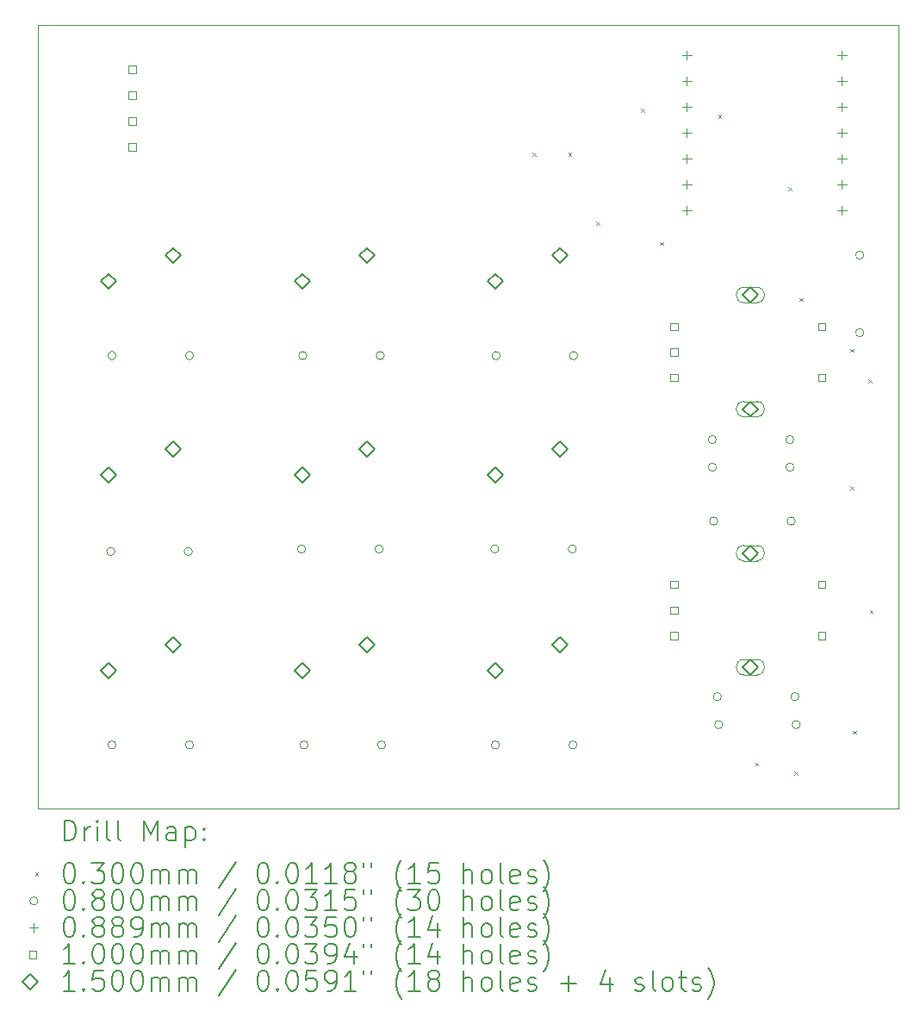
<source format=gbr>
%TF.GenerationSoftware,KiCad,Pcbnew,9.0.7*%
%TF.CreationDate,2026-02-07T16:10:57+01:00*%
%TF.ProjectId,keyboard,6b657962-6f61-4726-942e-6b696361645f,rev?*%
%TF.SameCoordinates,Original*%
%TF.FileFunction,Drillmap*%
%TF.FilePolarity,Positive*%
%FSLAX45Y45*%
G04 Gerber Fmt 4.5, Leading zero omitted, Abs format (unit mm)*
G04 Created by KiCad (PCBNEW 9.0.7) date 2026-02-07 16:10:57*
%MOMM*%
%LPD*%
G01*
G04 APERTURE LIST*
%ADD10C,0.050000*%
%ADD11C,0.200000*%
%ADD12C,0.100000*%
%ADD13C,0.150000*%
G04 APERTURE END LIST*
D10*
X11875000Y-2451216D02*
X20326829Y-2451216D01*
X20326829Y-10150000D01*
X11875000Y-10150000D01*
X11875000Y-2451216D01*
D11*
D12*
X16735000Y-3710000D02*
X16765000Y-3740000D01*
X16765000Y-3710000D02*
X16735000Y-3740000D01*
X17085000Y-3710000D02*
X17115000Y-3740000D01*
X17115000Y-3710000D02*
X17085000Y-3740000D01*
X17360000Y-4385000D02*
X17390000Y-4415000D01*
X17390000Y-4385000D02*
X17360000Y-4415000D01*
X17799905Y-3274905D02*
X17829905Y-3304905D01*
X17829905Y-3274905D02*
X17799905Y-3304905D01*
X17985000Y-4585000D02*
X18015000Y-4615000D01*
X18015000Y-4585000D02*
X17985000Y-4615000D01*
X18560000Y-3335000D02*
X18590000Y-3365000D01*
X18590000Y-3335000D02*
X18560000Y-3365000D01*
X18922500Y-9697500D02*
X18952500Y-9727500D01*
X18952500Y-9697500D02*
X18922500Y-9727500D01*
X19247000Y-4048000D02*
X19277000Y-4078000D01*
X19277000Y-4048000D02*
X19247000Y-4078000D01*
X19310000Y-9785000D02*
X19340000Y-9815000D01*
X19340000Y-9785000D02*
X19310000Y-9815000D01*
X19360000Y-5135000D02*
X19390000Y-5165000D01*
X19390000Y-5135000D02*
X19360000Y-5165000D01*
X19860000Y-5635000D02*
X19890000Y-5665000D01*
X19890000Y-5635000D02*
X19860000Y-5665000D01*
X19860000Y-6985000D02*
X19890000Y-7015000D01*
X19890000Y-6985000D02*
X19860000Y-7015000D01*
X19885000Y-9385000D02*
X19915000Y-9415000D01*
X19915000Y-9385000D02*
X19885000Y-9415000D01*
X20035000Y-5935000D02*
X20065000Y-5965000D01*
X20065000Y-5935000D02*
X20035000Y-5965000D01*
X20047500Y-8197500D02*
X20077500Y-8227500D01*
X20077500Y-8197500D02*
X20047500Y-8227500D01*
X12628000Y-7625000D02*
G75*
G02*
X12548000Y-7625000I-40000J0D01*
G01*
X12548000Y-7625000D02*
G75*
G02*
X12628000Y-7625000I40000J0D01*
G01*
X12640000Y-5700000D02*
G75*
G02*
X12560000Y-5700000I-40000J0D01*
G01*
X12560000Y-5700000D02*
G75*
G02*
X12640000Y-5700000I40000J0D01*
G01*
X12640000Y-9525000D02*
G75*
G02*
X12560000Y-9525000I-40000J0D01*
G01*
X12560000Y-9525000D02*
G75*
G02*
X12640000Y-9525000I40000J0D01*
G01*
X13390000Y-7625000D02*
G75*
G02*
X13310000Y-7625000I-40000J0D01*
G01*
X13310000Y-7625000D02*
G75*
G02*
X13390000Y-7625000I40000J0D01*
G01*
X13402000Y-5700000D02*
G75*
G02*
X13322000Y-5700000I-40000J0D01*
G01*
X13322000Y-5700000D02*
G75*
G02*
X13402000Y-5700000I40000J0D01*
G01*
X13402000Y-9525000D02*
G75*
G02*
X13322000Y-9525000I-40000J0D01*
G01*
X13322000Y-9525000D02*
G75*
G02*
X13402000Y-9525000I40000J0D01*
G01*
X14503000Y-7600000D02*
G75*
G02*
X14423000Y-7600000I-40000J0D01*
G01*
X14423000Y-7600000D02*
G75*
G02*
X14503000Y-7600000I40000J0D01*
G01*
X14515000Y-5700000D02*
G75*
G02*
X14435000Y-5700000I-40000J0D01*
G01*
X14435000Y-5700000D02*
G75*
G02*
X14515000Y-5700000I40000J0D01*
G01*
X14528000Y-9525000D02*
G75*
G02*
X14448000Y-9525000I-40000J0D01*
G01*
X14448000Y-9525000D02*
G75*
G02*
X14528000Y-9525000I40000J0D01*
G01*
X15265000Y-7600000D02*
G75*
G02*
X15185000Y-7600000I-40000J0D01*
G01*
X15185000Y-7600000D02*
G75*
G02*
X15265000Y-7600000I40000J0D01*
G01*
X15277000Y-5700000D02*
G75*
G02*
X15197000Y-5700000I-40000J0D01*
G01*
X15197000Y-5700000D02*
G75*
G02*
X15277000Y-5700000I40000J0D01*
G01*
X15290000Y-9525000D02*
G75*
G02*
X15210000Y-9525000I-40000J0D01*
G01*
X15210000Y-9525000D02*
G75*
G02*
X15290000Y-9525000I40000J0D01*
G01*
X16403000Y-7600000D02*
G75*
G02*
X16323000Y-7600000I-40000J0D01*
G01*
X16323000Y-7600000D02*
G75*
G02*
X16403000Y-7600000I40000J0D01*
G01*
X16409000Y-9525000D02*
G75*
G02*
X16329000Y-9525000I-40000J0D01*
G01*
X16329000Y-9525000D02*
G75*
G02*
X16409000Y-9525000I40000J0D01*
G01*
X16415000Y-5700000D02*
G75*
G02*
X16335000Y-5700000I-40000J0D01*
G01*
X16335000Y-5700000D02*
G75*
G02*
X16415000Y-5700000I40000J0D01*
G01*
X17165000Y-7600000D02*
G75*
G02*
X17085000Y-7600000I-40000J0D01*
G01*
X17085000Y-7600000D02*
G75*
G02*
X17165000Y-7600000I40000J0D01*
G01*
X17171000Y-9525000D02*
G75*
G02*
X17091000Y-9525000I-40000J0D01*
G01*
X17091000Y-9525000D02*
G75*
G02*
X17171000Y-9525000I40000J0D01*
G01*
X17177000Y-5700000D02*
G75*
G02*
X17097000Y-5700000I-40000J0D01*
G01*
X17097000Y-5700000D02*
G75*
G02*
X17177000Y-5700000I40000J0D01*
G01*
X18540000Y-6525000D02*
G75*
G02*
X18460000Y-6525000I-40000J0D01*
G01*
X18460000Y-6525000D02*
G75*
G02*
X18540000Y-6525000I40000J0D01*
G01*
X18541155Y-6797138D02*
G75*
G02*
X18461155Y-6797138I-40000J0D01*
G01*
X18461155Y-6797138D02*
G75*
G02*
X18541155Y-6797138I40000J0D01*
G01*
X18553000Y-7325000D02*
G75*
G02*
X18473000Y-7325000I-40000J0D01*
G01*
X18473000Y-7325000D02*
G75*
G02*
X18553000Y-7325000I40000J0D01*
G01*
X18590000Y-9050000D02*
G75*
G02*
X18510000Y-9050000I-40000J0D01*
G01*
X18510000Y-9050000D02*
G75*
G02*
X18590000Y-9050000I40000J0D01*
G01*
X18603000Y-9325000D02*
G75*
G02*
X18523000Y-9325000I-40000J0D01*
G01*
X18523000Y-9325000D02*
G75*
G02*
X18603000Y-9325000I40000J0D01*
G01*
X19302000Y-6525000D02*
G75*
G02*
X19222000Y-6525000I-40000J0D01*
G01*
X19222000Y-6525000D02*
G75*
G02*
X19302000Y-6525000I40000J0D01*
G01*
X19303155Y-6797138D02*
G75*
G02*
X19223155Y-6797138I-40000J0D01*
G01*
X19223155Y-6797138D02*
G75*
G02*
X19303155Y-6797138I40000J0D01*
G01*
X19315000Y-7325000D02*
G75*
G02*
X19235000Y-7325000I-40000J0D01*
G01*
X19235000Y-7325000D02*
G75*
G02*
X19315000Y-7325000I40000J0D01*
G01*
X19352000Y-9050000D02*
G75*
G02*
X19272000Y-9050000I-40000J0D01*
G01*
X19272000Y-9050000D02*
G75*
G02*
X19352000Y-9050000I40000J0D01*
G01*
X19365000Y-9325000D02*
G75*
G02*
X19285000Y-9325000I-40000J0D01*
G01*
X19285000Y-9325000D02*
G75*
G02*
X19365000Y-9325000I40000J0D01*
G01*
X19990000Y-4713000D02*
G75*
G02*
X19910000Y-4713000I-40000J0D01*
G01*
X19910000Y-4713000D02*
G75*
G02*
X19990000Y-4713000I40000J0D01*
G01*
X19990000Y-5475000D02*
G75*
G02*
X19910000Y-5475000I-40000J0D01*
G01*
X19910000Y-5475000D02*
G75*
G02*
X19990000Y-5475000I40000J0D01*
G01*
X18250000Y-2706550D02*
X18250000Y-2795450D01*
X18205550Y-2751000D02*
X18294450Y-2751000D01*
X18250000Y-2960550D02*
X18250000Y-3049450D01*
X18205550Y-3005000D02*
X18294450Y-3005000D01*
X18250000Y-3214550D02*
X18250000Y-3303450D01*
X18205550Y-3259000D02*
X18294450Y-3259000D01*
X18250000Y-3468550D02*
X18250000Y-3557450D01*
X18205550Y-3513000D02*
X18294450Y-3513000D01*
X18250000Y-3722550D02*
X18250000Y-3811450D01*
X18205550Y-3767000D02*
X18294450Y-3767000D01*
X18250000Y-3976550D02*
X18250000Y-4065450D01*
X18205550Y-4021000D02*
X18294450Y-4021000D01*
X18250000Y-4230550D02*
X18250000Y-4319450D01*
X18205550Y-4275000D02*
X18294450Y-4275000D01*
X19774000Y-2706550D02*
X19774000Y-2795450D01*
X19729550Y-2751000D02*
X19818450Y-2751000D01*
X19774000Y-2960550D02*
X19774000Y-3049450D01*
X19729550Y-3005000D02*
X19818450Y-3005000D01*
X19774000Y-3214550D02*
X19774000Y-3303450D01*
X19729550Y-3259000D02*
X19818450Y-3259000D01*
X19774000Y-3468550D02*
X19774000Y-3557450D01*
X19729550Y-3513000D02*
X19818450Y-3513000D01*
X19774000Y-3722550D02*
X19774000Y-3811450D01*
X19729550Y-3767000D02*
X19818450Y-3767000D01*
X19774000Y-3976550D02*
X19774000Y-4065450D01*
X19729550Y-4021000D02*
X19818450Y-4021000D01*
X19774000Y-4230550D02*
X19774000Y-4319450D01*
X19729550Y-4275000D02*
X19818450Y-4275000D01*
X12835356Y-2923356D02*
X12835356Y-2852644D01*
X12764644Y-2852644D01*
X12764644Y-2923356D01*
X12835356Y-2923356D01*
X12835356Y-3177356D02*
X12835356Y-3106644D01*
X12764644Y-3106644D01*
X12764644Y-3177356D01*
X12835356Y-3177356D01*
X12835356Y-3431356D02*
X12835356Y-3360644D01*
X12764644Y-3360644D01*
X12764644Y-3431356D01*
X12835356Y-3431356D01*
X12835356Y-3685356D02*
X12835356Y-3614644D01*
X12764644Y-3614644D01*
X12764644Y-3685356D01*
X12835356Y-3685356D01*
X18160356Y-5450356D02*
X18160356Y-5379644D01*
X18089644Y-5379644D01*
X18089644Y-5450356D01*
X18160356Y-5450356D01*
X18160356Y-5700356D02*
X18160356Y-5629644D01*
X18089644Y-5629644D01*
X18089644Y-5700356D01*
X18160356Y-5700356D01*
X18160356Y-5950356D02*
X18160356Y-5879644D01*
X18089644Y-5879644D01*
X18089644Y-5950356D01*
X18160356Y-5950356D01*
X18160356Y-7985356D02*
X18160356Y-7914644D01*
X18089644Y-7914644D01*
X18089644Y-7985356D01*
X18160356Y-7985356D01*
X18160356Y-8235356D02*
X18160356Y-8164644D01*
X18089644Y-8164644D01*
X18089644Y-8235356D01*
X18160356Y-8235356D01*
X18160356Y-8485356D02*
X18160356Y-8414644D01*
X18089644Y-8414644D01*
X18089644Y-8485356D01*
X18160356Y-8485356D01*
X19610356Y-5450356D02*
X19610356Y-5379644D01*
X19539644Y-5379644D01*
X19539644Y-5450356D01*
X19610356Y-5450356D01*
X19610356Y-5950356D02*
X19610356Y-5879644D01*
X19539644Y-5879644D01*
X19539644Y-5950356D01*
X19610356Y-5950356D01*
X19610356Y-7985356D02*
X19610356Y-7914644D01*
X19539644Y-7914644D01*
X19539644Y-7985356D01*
X19610356Y-7985356D01*
X19610356Y-8485356D02*
X19610356Y-8414644D01*
X19539644Y-8414644D01*
X19539644Y-8485356D01*
X19610356Y-8485356D01*
D13*
X12569000Y-5046000D02*
X12644000Y-4971000D01*
X12569000Y-4896000D01*
X12494000Y-4971000D01*
X12569000Y-5046000D01*
X12569000Y-6946000D02*
X12644000Y-6871000D01*
X12569000Y-6796000D01*
X12494000Y-6871000D01*
X12569000Y-6946000D01*
X12569000Y-8871000D02*
X12644000Y-8796000D01*
X12569000Y-8721000D01*
X12494000Y-8796000D01*
X12569000Y-8871000D01*
X13204000Y-4792000D02*
X13279000Y-4717000D01*
X13204000Y-4642000D01*
X13129000Y-4717000D01*
X13204000Y-4792000D01*
X13204000Y-6692000D02*
X13279000Y-6617000D01*
X13204000Y-6542000D01*
X13129000Y-6617000D01*
X13204000Y-6692000D01*
X13204000Y-8617000D02*
X13279000Y-8542000D01*
X13204000Y-8467000D01*
X13129000Y-8542000D01*
X13204000Y-8617000D01*
X14469000Y-5046000D02*
X14544000Y-4971000D01*
X14469000Y-4896000D01*
X14394000Y-4971000D01*
X14469000Y-5046000D01*
X14469000Y-6946000D02*
X14544000Y-6871000D01*
X14469000Y-6796000D01*
X14394000Y-6871000D01*
X14469000Y-6946000D01*
X14469000Y-8871000D02*
X14544000Y-8796000D01*
X14469000Y-8721000D01*
X14394000Y-8796000D01*
X14469000Y-8871000D01*
X15104000Y-4792000D02*
X15179000Y-4717000D01*
X15104000Y-4642000D01*
X15029000Y-4717000D01*
X15104000Y-4792000D01*
X15104000Y-6692000D02*
X15179000Y-6617000D01*
X15104000Y-6542000D01*
X15029000Y-6617000D01*
X15104000Y-6692000D01*
X15104000Y-8617000D02*
X15179000Y-8542000D01*
X15104000Y-8467000D01*
X15029000Y-8542000D01*
X15104000Y-8617000D01*
X16365000Y-5046000D02*
X16440000Y-4971000D01*
X16365000Y-4896000D01*
X16290000Y-4971000D01*
X16365000Y-5046000D01*
X16365000Y-6946000D02*
X16440000Y-6871000D01*
X16365000Y-6796000D01*
X16290000Y-6871000D01*
X16365000Y-6946000D01*
X16365000Y-8871000D02*
X16440000Y-8796000D01*
X16365000Y-8721000D01*
X16290000Y-8796000D01*
X16365000Y-8871000D01*
X17000000Y-4792000D02*
X17075000Y-4717000D01*
X17000000Y-4642000D01*
X16925000Y-4717000D01*
X17000000Y-4792000D01*
X17000000Y-6692000D02*
X17075000Y-6617000D01*
X17000000Y-6542000D01*
X16925000Y-6617000D01*
X17000000Y-6692000D01*
X17000000Y-8617000D02*
X17075000Y-8542000D01*
X17000000Y-8467000D01*
X16925000Y-8542000D01*
X17000000Y-8617000D01*
X18875000Y-5180000D02*
X18950000Y-5105000D01*
X18875000Y-5030000D01*
X18800000Y-5105000D01*
X18875000Y-5180000D01*
D12*
X18810000Y-5180000D02*
X18940000Y-5180000D01*
X18940000Y-5030000D02*
G75*
G02*
X18940000Y-5180000I0J-75000D01*
G01*
X18940000Y-5030000D02*
X18810000Y-5030000D01*
X18810000Y-5030000D02*
G75*
G03*
X18810000Y-5180000I0J-75000D01*
G01*
D13*
X18875000Y-6300000D02*
X18950000Y-6225000D01*
X18875000Y-6150000D01*
X18800000Y-6225000D01*
X18875000Y-6300000D01*
D12*
X18810000Y-6300000D02*
X18940000Y-6300000D01*
X18940000Y-6150000D02*
G75*
G02*
X18940000Y-6300000I0J-75000D01*
G01*
X18940000Y-6150000D02*
X18810000Y-6150000D01*
X18810000Y-6150000D02*
G75*
G03*
X18810000Y-6300000I0J-75000D01*
G01*
D13*
X18875000Y-7715000D02*
X18950000Y-7640000D01*
X18875000Y-7565000D01*
X18800000Y-7640000D01*
X18875000Y-7715000D01*
D12*
X18810000Y-7715000D02*
X18940000Y-7715000D01*
X18940000Y-7565000D02*
G75*
G02*
X18940000Y-7715000I0J-75000D01*
G01*
X18940000Y-7565000D02*
X18810000Y-7565000D01*
X18810000Y-7565000D02*
G75*
G03*
X18810000Y-7715000I0J-75000D01*
G01*
D13*
X18875000Y-8835000D02*
X18950000Y-8760000D01*
X18875000Y-8685000D01*
X18800000Y-8760000D01*
X18875000Y-8835000D01*
D12*
X18810000Y-8835000D02*
X18940000Y-8835000D01*
X18940000Y-8685000D02*
G75*
G02*
X18940000Y-8835000I0J-75000D01*
G01*
X18940000Y-8685000D02*
X18810000Y-8685000D01*
X18810000Y-8685000D02*
G75*
G03*
X18810000Y-8835000I0J-75000D01*
G01*
D11*
X12133277Y-10463984D02*
X12133277Y-10263984D01*
X12133277Y-10263984D02*
X12180896Y-10263984D01*
X12180896Y-10263984D02*
X12209467Y-10273508D01*
X12209467Y-10273508D02*
X12228515Y-10292555D01*
X12228515Y-10292555D02*
X12238039Y-10311603D01*
X12238039Y-10311603D02*
X12247562Y-10349698D01*
X12247562Y-10349698D02*
X12247562Y-10378270D01*
X12247562Y-10378270D02*
X12238039Y-10416365D01*
X12238039Y-10416365D02*
X12228515Y-10435412D01*
X12228515Y-10435412D02*
X12209467Y-10454460D01*
X12209467Y-10454460D02*
X12180896Y-10463984D01*
X12180896Y-10463984D02*
X12133277Y-10463984D01*
X12333277Y-10463984D02*
X12333277Y-10330650D01*
X12333277Y-10368746D02*
X12342801Y-10349698D01*
X12342801Y-10349698D02*
X12352324Y-10340174D01*
X12352324Y-10340174D02*
X12371372Y-10330650D01*
X12371372Y-10330650D02*
X12390420Y-10330650D01*
X12457086Y-10463984D02*
X12457086Y-10330650D01*
X12457086Y-10263984D02*
X12447562Y-10273508D01*
X12447562Y-10273508D02*
X12457086Y-10283031D01*
X12457086Y-10283031D02*
X12466610Y-10273508D01*
X12466610Y-10273508D02*
X12457086Y-10263984D01*
X12457086Y-10263984D02*
X12457086Y-10283031D01*
X12580896Y-10463984D02*
X12561848Y-10454460D01*
X12561848Y-10454460D02*
X12552324Y-10435412D01*
X12552324Y-10435412D02*
X12552324Y-10263984D01*
X12685658Y-10463984D02*
X12666610Y-10454460D01*
X12666610Y-10454460D02*
X12657086Y-10435412D01*
X12657086Y-10435412D02*
X12657086Y-10263984D01*
X12914229Y-10463984D02*
X12914229Y-10263984D01*
X12914229Y-10263984D02*
X12980896Y-10406841D01*
X12980896Y-10406841D02*
X13047562Y-10263984D01*
X13047562Y-10263984D02*
X13047562Y-10463984D01*
X13228515Y-10463984D02*
X13228515Y-10359222D01*
X13228515Y-10359222D02*
X13218991Y-10340174D01*
X13218991Y-10340174D02*
X13199943Y-10330650D01*
X13199943Y-10330650D02*
X13161848Y-10330650D01*
X13161848Y-10330650D02*
X13142801Y-10340174D01*
X13228515Y-10454460D02*
X13209467Y-10463984D01*
X13209467Y-10463984D02*
X13161848Y-10463984D01*
X13161848Y-10463984D02*
X13142801Y-10454460D01*
X13142801Y-10454460D02*
X13133277Y-10435412D01*
X13133277Y-10435412D02*
X13133277Y-10416365D01*
X13133277Y-10416365D02*
X13142801Y-10397317D01*
X13142801Y-10397317D02*
X13161848Y-10387793D01*
X13161848Y-10387793D02*
X13209467Y-10387793D01*
X13209467Y-10387793D02*
X13228515Y-10378270D01*
X13323753Y-10330650D02*
X13323753Y-10530650D01*
X13323753Y-10340174D02*
X13342801Y-10330650D01*
X13342801Y-10330650D02*
X13380896Y-10330650D01*
X13380896Y-10330650D02*
X13399943Y-10340174D01*
X13399943Y-10340174D02*
X13409467Y-10349698D01*
X13409467Y-10349698D02*
X13418991Y-10368746D01*
X13418991Y-10368746D02*
X13418991Y-10425889D01*
X13418991Y-10425889D02*
X13409467Y-10444936D01*
X13409467Y-10444936D02*
X13399943Y-10454460D01*
X13399943Y-10454460D02*
X13380896Y-10463984D01*
X13380896Y-10463984D02*
X13342801Y-10463984D01*
X13342801Y-10463984D02*
X13323753Y-10454460D01*
X13504705Y-10444936D02*
X13514229Y-10454460D01*
X13514229Y-10454460D02*
X13504705Y-10463984D01*
X13504705Y-10463984D02*
X13495182Y-10454460D01*
X13495182Y-10454460D02*
X13504705Y-10444936D01*
X13504705Y-10444936D02*
X13504705Y-10463984D01*
X13504705Y-10340174D02*
X13514229Y-10349698D01*
X13514229Y-10349698D02*
X13504705Y-10359222D01*
X13504705Y-10359222D02*
X13495182Y-10349698D01*
X13495182Y-10349698D02*
X13504705Y-10340174D01*
X13504705Y-10340174D02*
X13504705Y-10359222D01*
D12*
X11842500Y-10777500D02*
X11872500Y-10807500D01*
X11872500Y-10777500D02*
X11842500Y-10807500D01*
D11*
X12171372Y-10683984D02*
X12190420Y-10683984D01*
X12190420Y-10683984D02*
X12209467Y-10693508D01*
X12209467Y-10693508D02*
X12218991Y-10703031D01*
X12218991Y-10703031D02*
X12228515Y-10722079D01*
X12228515Y-10722079D02*
X12238039Y-10760174D01*
X12238039Y-10760174D02*
X12238039Y-10807793D01*
X12238039Y-10807793D02*
X12228515Y-10845889D01*
X12228515Y-10845889D02*
X12218991Y-10864936D01*
X12218991Y-10864936D02*
X12209467Y-10874460D01*
X12209467Y-10874460D02*
X12190420Y-10883984D01*
X12190420Y-10883984D02*
X12171372Y-10883984D01*
X12171372Y-10883984D02*
X12152324Y-10874460D01*
X12152324Y-10874460D02*
X12142801Y-10864936D01*
X12142801Y-10864936D02*
X12133277Y-10845889D01*
X12133277Y-10845889D02*
X12123753Y-10807793D01*
X12123753Y-10807793D02*
X12123753Y-10760174D01*
X12123753Y-10760174D02*
X12133277Y-10722079D01*
X12133277Y-10722079D02*
X12142801Y-10703031D01*
X12142801Y-10703031D02*
X12152324Y-10693508D01*
X12152324Y-10693508D02*
X12171372Y-10683984D01*
X12323753Y-10864936D02*
X12333277Y-10874460D01*
X12333277Y-10874460D02*
X12323753Y-10883984D01*
X12323753Y-10883984D02*
X12314229Y-10874460D01*
X12314229Y-10874460D02*
X12323753Y-10864936D01*
X12323753Y-10864936D02*
X12323753Y-10883984D01*
X12399943Y-10683984D02*
X12523753Y-10683984D01*
X12523753Y-10683984D02*
X12457086Y-10760174D01*
X12457086Y-10760174D02*
X12485658Y-10760174D01*
X12485658Y-10760174D02*
X12504705Y-10769698D01*
X12504705Y-10769698D02*
X12514229Y-10779222D01*
X12514229Y-10779222D02*
X12523753Y-10798270D01*
X12523753Y-10798270D02*
X12523753Y-10845889D01*
X12523753Y-10845889D02*
X12514229Y-10864936D01*
X12514229Y-10864936D02*
X12504705Y-10874460D01*
X12504705Y-10874460D02*
X12485658Y-10883984D01*
X12485658Y-10883984D02*
X12428515Y-10883984D01*
X12428515Y-10883984D02*
X12409467Y-10874460D01*
X12409467Y-10874460D02*
X12399943Y-10864936D01*
X12647562Y-10683984D02*
X12666610Y-10683984D01*
X12666610Y-10683984D02*
X12685658Y-10693508D01*
X12685658Y-10693508D02*
X12695182Y-10703031D01*
X12695182Y-10703031D02*
X12704705Y-10722079D01*
X12704705Y-10722079D02*
X12714229Y-10760174D01*
X12714229Y-10760174D02*
X12714229Y-10807793D01*
X12714229Y-10807793D02*
X12704705Y-10845889D01*
X12704705Y-10845889D02*
X12695182Y-10864936D01*
X12695182Y-10864936D02*
X12685658Y-10874460D01*
X12685658Y-10874460D02*
X12666610Y-10883984D01*
X12666610Y-10883984D02*
X12647562Y-10883984D01*
X12647562Y-10883984D02*
X12628515Y-10874460D01*
X12628515Y-10874460D02*
X12618991Y-10864936D01*
X12618991Y-10864936D02*
X12609467Y-10845889D01*
X12609467Y-10845889D02*
X12599943Y-10807793D01*
X12599943Y-10807793D02*
X12599943Y-10760174D01*
X12599943Y-10760174D02*
X12609467Y-10722079D01*
X12609467Y-10722079D02*
X12618991Y-10703031D01*
X12618991Y-10703031D02*
X12628515Y-10693508D01*
X12628515Y-10693508D02*
X12647562Y-10683984D01*
X12838039Y-10683984D02*
X12857086Y-10683984D01*
X12857086Y-10683984D02*
X12876134Y-10693508D01*
X12876134Y-10693508D02*
X12885658Y-10703031D01*
X12885658Y-10703031D02*
X12895182Y-10722079D01*
X12895182Y-10722079D02*
X12904705Y-10760174D01*
X12904705Y-10760174D02*
X12904705Y-10807793D01*
X12904705Y-10807793D02*
X12895182Y-10845889D01*
X12895182Y-10845889D02*
X12885658Y-10864936D01*
X12885658Y-10864936D02*
X12876134Y-10874460D01*
X12876134Y-10874460D02*
X12857086Y-10883984D01*
X12857086Y-10883984D02*
X12838039Y-10883984D01*
X12838039Y-10883984D02*
X12818991Y-10874460D01*
X12818991Y-10874460D02*
X12809467Y-10864936D01*
X12809467Y-10864936D02*
X12799943Y-10845889D01*
X12799943Y-10845889D02*
X12790420Y-10807793D01*
X12790420Y-10807793D02*
X12790420Y-10760174D01*
X12790420Y-10760174D02*
X12799943Y-10722079D01*
X12799943Y-10722079D02*
X12809467Y-10703031D01*
X12809467Y-10703031D02*
X12818991Y-10693508D01*
X12818991Y-10693508D02*
X12838039Y-10683984D01*
X12990420Y-10883984D02*
X12990420Y-10750650D01*
X12990420Y-10769698D02*
X12999943Y-10760174D01*
X12999943Y-10760174D02*
X13018991Y-10750650D01*
X13018991Y-10750650D02*
X13047563Y-10750650D01*
X13047563Y-10750650D02*
X13066610Y-10760174D01*
X13066610Y-10760174D02*
X13076134Y-10779222D01*
X13076134Y-10779222D02*
X13076134Y-10883984D01*
X13076134Y-10779222D02*
X13085658Y-10760174D01*
X13085658Y-10760174D02*
X13104705Y-10750650D01*
X13104705Y-10750650D02*
X13133277Y-10750650D01*
X13133277Y-10750650D02*
X13152324Y-10760174D01*
X13152324Y-10760174D02*
X13161848Y-10779222D01*
X13161848Y-10779222D02*
X13161848Y-10883984D01*
X13257086Y-10883984D02*
X13257086Y-10750650D01*
X13257086Y-10769698D02*
X13266610Y-10760174D01*
X13266610Y-10760174D02*
X13285658Y-10750650D01*
X13285658Y-10750650D02*
X13314229Y-10750650D01*
X13314229Y-10750650D02*
X13333277Y-10760174D01*
X13333277Y-10760174D02*
X13342801Y-10779222D01*
X13342801Y-10779222D02*
X13342801Y-10883984D01*
X13342801Y-10779222D02*
X13352324Y-10760174D01*
X13352324Y-10760174D02*
X13371372Y-10750650D01*
X13371372Y-10750650D02*
X13399943Y-10750650D01*
X13399943Y-10750650D02*
X13418991Y-10760174D01*
X13418991Y-10760174D02*
X13428515Y-10779222D01*
X13428515Y-10779222D02*
X13428515Y-10883984D01*
X13818991Y-10674460D02*
X13647563Y-10931603D01*
X14076134Y-10683984D02*
X14095182Y-10683984D01*
X14095182Y-10683984D02*
X14114229Y-10693508D01*
X14114229Y-10693508D02*
X14123753Y-10703031D01*
X14123753Y-10703031D02*
X14133277Y-10722079D01*
X14133277Y-10722079D02*
X14142801Y-10760174D01*
X14142801Y-10760174D02*
X14142801Y-10807793D01*
X14142801Y-10807793D02*
X14133277Y-10845889D01*
X14133277Y-10845889D02*
X14123753Y-10864936D01*
X14123753Y-10864936D02*
X14114229Y-10874460D01*
X14114229Y-10874460D02*
X14095182Y-10883984D01*
X14095182Y-10883984D02*
X14076134Y-10883984D01*
X14076134Y-10883984D02*
X14057086Y-10874460D01*
X14057086Y-10874460D02*
X14047563Y-10864936D01*
X14047563Y-10864936D02*
X14038039Y-10845889D01*
X14038039Y-10845889D02*
X14028515Y-10807793D01*
X14028515Y-10807793D02*
X14028515Y-10760174D01*
X14028515Y-10760174D02*
X14038039Y-10722079D01*
X14038039Y-10722079D02*
X14047563Y-10703031D01*
X14047563Y-10703031D02*
X14057086Y-10693508D01*
X14057086Y-10693508D02*
X14076134Y-10683984D01*
X14228515Y-10864936D02*
X14238039Y-10874460D01*
X14238039Y-10874460D02*
X14228515Y-10883984D01*
X14228515Y-10883984D02*
X14218991Y-10874460D01*
X14218991Y-10874460D02*
X14228515Y-10864936D01*
X14228515Y-10864936D02*
X14228515Y-10883984D01*
X14361848Y-10683984D02*
X14380896Y-10683984D01*
X14380896Y-10683984D02*
X14399944Y-10693508D01*
X14399944Y-10693508D02*
X14409467Y-10703031D01*
X14409467Y-10703031D02*
X14418991Y-10722079D01*
X14418991Y-10722079D02*
X14428515Y-10760174D01*
X14428515Y-10760174D02*
X14428515Y-10807793D01*
X14428515Y-10807793D02*
X14418991Y-10845889D01*
X14418991Y-10845889D02*
X14409467Y-10864936D01*
X14409467Y-10864936D02*
X14399944Y-10874460D01*
X14399944Y-10874460D02*
X14380896Y-10883984D01*
X14380896Y-10883984D02*
X14361848Y-10883984D01*
X14361848Y-10883984D02*
X14342801Y-10874460D01*
X14342801Y-10874460D02*
X14333277Y-10864936D01*
X14333277Y-10864936D02*
X14323753Y-10845889D01*
X14323753Y-10845889D02*
X14314229Y-10807793D01*
X14314229Y-10807793D02*
X14314229Y-10760174D01*
X14314229Y-10760174D02*
X14323753Y-10722079D01*
X14323753Y-10722079D02*
X14333277Y-10703031D01*
X14333277Y-10703031D02*
X14342801Y-10693508D01*
X14342801Y-10693508D02*
X14361848Y-10683984D01*
X14618991Y-10883984D02*
X14504706Y-10883984D01*
X14561848Y-10883984D02*
X14561848Y-10683984D01*
X14561848Y-10683984D02*
X14542801Y-10712555D01*
X14542801Y-10712555D02*
X14523753Y-10731603D01*
X14523753Y-10731603D02*
X14504706Y-10741127D01*
X14809467Y-10883984D02*
X14695182Y-10883984D01*
X14752325Y-10883984D02*
X14752325Y-10683984D01*
X14752325Y-10683984D02*
X14733277Y-10712555D01*
X14733277Y-10712555D02*
X14714229Y-10731603D01*
X14714229Y-10731603D02*
X14695182Y-10741127D01*
X14923753Y-10769698D02*
X14904706Y-10760174D01*
X14904706Y-10760174D02*
X14895182Y-10750650D01*
X14895182Y-10750650D02*
X14885658Y-10731603D01*
X14885658Y-10731603D02*
X14885658Y-10722079D01*
X14885658Y-10722079D02*
X14895182Y-10703031D01*
X14895182Y-10703031D02*
X14904706Y-10693508D01*
X14904706Y-10693508D02*
X14923753Y-10683984D01*
X14923753Y-10683984D02*
X14961848Y-10683984D01*
X14961848Y-10683984D02*
X14980896Y-10693508D01*
X14980896Y-10693508D02*
X14990420Y-10703031D01*
X14990420Y-10703031D02*
X14999944Y-10722079D01*
X14999944Y-10722079D02*
X14999944Y-10731603D01*
X14999944Y-10731603D02*
X14990420Y-10750650D01*
X14990420Y-10750650D02*
X14980896Y-10760174D01*
X14980896Y-10760174D02*
X14961848Y-10769698D01*
X14961848Y-10769698D02*
X14923753Y-10769698D01*
X14923753Y-10769698D02*
X14904706Y-10779222D01*
X14904706Y-10779222D02*
X14895182Y-10788746D01*
X14895182Y-10788746D02*
X14885658Y-10807793D01*
X14885658Y-10807793D02*
X14885658Y-10845889D01*
X14885658Y-10845889D02*
X14895182Y-10864936D01*
X14895182Y-10864936D02*
X14904706Y-10874460D01*
X14904706Y-10874460D02*
X14923753Y-10883984D01*
X14923753Y-10883984D02*
X14961848Y-10883984D01*
X14961848Y-10883984D02*
X14980896Y-10874460D01*
X14980896Y-10874460D02*
X14990420Y-10864936D01*
X14990420Y-10864936D02*
X14999944Y-10845889D01*
X14999944Y-10845889D02*
X14999944Y-10807793D01*
X14999944Y-10807793D02*
X14990420Y-10788746D01*
X14990420Y-10788746D02*
X14980896Y-10779222D01*
X14980896Y-10779222D02*
X14961848Y-10769698D01*
X15076134Y-10683984D02*
X15076134Y-10722079D01*
X15152325Y-10683984D02*
X15152325Y-10722079D01*
X15447563Y-10960174D02*
X15438039Y-10950650D01*
X15438039Y-10950650D02*
X15418991Y-10922079D01*
X15418991Y-10922079D02*
X15409468Y-10903031D01*
X15409468Y-10903031D02*
X15399944Y-10874460D01*
X15399944Y-10874460D02*
X15390420Y-10826841D01*
X15390420Y-10826841D02*
X15390420Y-10788746D01*
X15390420Y-10788746D02*
X15399944Y-10741127D01*
X15399944Y-10741127D02*
X15409468Y-10712555D01*
X15409468Y-10712555D02*
X15418991Y-10693508D01*
X15418991Y-10693508D02*
X15438039Y-10664936D01*
X15438039Y-10664936D02*
X15447563Y-10655412D01*
X15628515Y-10883984D02*
X15514229Y-10883984D01*
X15571372Y-10883984D02*
X15571372Y-10683984D01*
X15571372Y-10683984D02*
X15552325Y-10712555D01*
X15552325Y-10712555D02*
X15533277Y-10731603D01*
X15533277Y-10731603D02*
X15514229Y-10741127D01*
X15809468Y-10683984D02*
X15714229Y-10683984D01*
X15714229Y-10683984D02*
X15704706Y-10779222D01*
X15704706Y-10779222D02*
X15714229Y-10769698D01*
X15714229Y-10769698D02*
X15733277Y-10760174D01*
X15733277Y-10760174D02*
X15780896Y-10760174D01*
X15780896Y-10760174D02*
X15799944Y-10769698D01*
X15799944Y-10769698D02*
X15809468Y-10779222D01*
X15809468Y-10779222D02*
X15818991Y-10798270D01*
X15818991Y-10798270D02*
X15818991Y-10845889D01*
X15818991Y-10845889D02*
X15809468Y-10864936D01*
X15809468Y-10864936D02*
X15799944Y-10874460D01*
X15799944Y-10874460D02*
X15780896Y-10883984D01*
X15780896Y-10883984D02*
X15733277Y-10883984D01*
X15733277Y-10883984D02*
X15714229Y-10874460D01*
X15714229Y-10874460D02*
X15704706Y-10864936D01*
X16057087Y-10883984D02*
X16057087Y-10683984D01*
X16142801Y-10883984D02*
X16142801Y-10779222D01*
X16142801Y-10779222D02*
X16133277Y-10760174D01*
X16133277Y-10760174D02*
X16114230Y-10750650D01*
X16114230Y-10750650D02*
X16085658Y-10750650D01*
X16085658Y-10750650D02*
X16066610Y-10760174D01*
X16066610Y-10760174D02*
X16057087Y-10769698D01*
X16266610Y-10883984D02*
X16247563Y-10874460D01*
X16247563Y-10874460D02*
X16238039Y-10864936D01*
X16238039Y-10864936D02*
X16228515Y-10845889D01*
X16228515Y-10845889D02*
X16228515Y-10788746D01*
X16228515Y-10788746D02*
X16238039Y-10769698D01*
X16238039Y-10769698D02*
X16247563Y-10760174D01*
X16247563Y-10760174D02*
X16266610Y-10750650D01*
X16266610Y-10750650D02*
X16295182Y-10750650D01*
X16295182Y-10750650D02*
X16314230Y-10760174D01*
X16314230Y-10760174D02*
X16323753Y-10769698D01*
X16323753Y-10769698D02*
X16333277Y-10788746D01*
X16333277Y-10788746D02*
X16333277Y-10845889D01*
X16333277Y-10845889D02*
X16323753Y-10864936D01*
X16323753Y-10864936D02*
X16314230Y-10874460D01*
X16314230Y-10874460D02*
X16295182Y-10883984D01*
X16295182Y-10883984D02*
X16266610Y-10883984D01*
X16447563Y-10883984D02*
X16428515Y-10874460D01*
X16428515Y-10874460D02*
X16418991Y-10855412D01*
X16418991Y-10855412D02*
X16418991Y-10683984D01*
X16599944Y-10874460D02*
X16580896Y-10883984D01*
X16580896Y-10883984D02*
X16542801Y-10883984D01*
X16542801Y-10883984D02*
X16523753Y-10874460D01*
X16523753Y-10874460D02*
X16514230Y-10855412D01*
X16514230Y-10855412D02*
X16514230Y-10779222D01*
X16514230Y-10779222D02*
X16523753Y-10760174D01*
X16523753Y-10760174D02*
X16542801Y-10750650D01*
X16542801Y-10750650D02*
X16580896Y-10750650D01*
X16580896Y-10750650D02*
X16599944Y-10760174D01*
X16599944Y-10760174D02*
X16609468Y-10779222D01*
X16609468Y-10779222D02*
X16609468Y-10798270D01*
X16609468Y-10798270D02*
X16514230Y-10817317D01*
X16685658Y-10874460D02*
X16704706Y-10883984D01*
X16704706Y-10883984D02*
X16742801Y-10883984D01*
X16742801Y-10883984D02*
X16761849Y-10874460D01*
X16761849Y-10874460D02*
X16771372Y-10855412D01*
X16771372Y-10855412D02*
X16771372Y-10845889D01*
X16771372Y-10845889D02*
X16761849Y-10826841D01*
X16761849Y-10826841D02*
X16742801Y-10817317D01*
X16742801Y-10817317D02*
X16714230Y-10817317D01*
X16714230Y-10817317D02*
X16695182Y-10807793D01*
X16695182Y-10807793D02*
X16685658Y-10788746D01*
X16685658Y-10788746D02*
X16685658Y-10779222D01*
X16685658Y-10779222D02*
X16695182Y-10760174D01*
X16695182Y-10760174D02*
X16714230Y-10750650D01*
X16714230Y-10750650D02*
X16742801Y-10750650D01*
X16742801Y-10750650D02*
X16761849Y-10760174D01*
X16838039Y-10960174D02*
X16847563Y-10950650D01*
X16847563Y-10950650D02*
X16866611Y-10922079D01*
X16866611Y-10922079D02*
X16876134Y-10903031D01*
X16876134Y-10903031D02*
X16885658Y-10874460D01*
X16885658Y-10874460D02*
X16895182Y-10826841D01*
X16895182Y-10826841D02*
X16895182Y-10788746D01*
X16895182Y-10788746D02*
X16885658Y-10741127D01*
X16885658Y-10741127D02*
X16876134Y-10712555D01*
X16876134Y-10712555D02*
X16866611Y-10693508D01*
X16866611Y-10693508D02*
X16847563Y-10664936D01*
X16847563Y-10664936D02*
X16838039Y-10655412D01*
D12*
X11872500Y-11056500D02*
G75*
G02*
X11792500Y-11056500I-40000J0D01*
G01*
X11792500Y-11056500D02*
G75*
G02*
X11872500Y-11056500I40000J0D01*
G01*
D11*
X12171372Y-10947984D02*
X12190420Y-10947984D01*
X12190420Y-10947984D02*
X12209467Y-10957508D01*
X12209467Y-10957508D02*
X12218991Y-10967031D01*
X12218991Y-10967031D02*
X12228515Y-10986079D01*
X12228515Y-10986079D02*
X12238039Y-11024174D01*
X12238039Y-11024174D02*
X12238039Y-11071793D01*
X12238039Y-11071793D02*
X12228515Y-11109889D01*
X12228515Y-11109889D02*
X12218991Y-11128936D01*
X12218991Y-11128936D02*
X12209467Y-11138460D01*
X12209467Y-11138460D02*
X12190420Y-11147984D01*
X12190420Y-11147984D02*
X12171372Y-11147984D01*
X12171372Y-11147984D02*
X12152324Y-11138460D01*
X12152324Y-11138460D02*
X12142801Y-11128936D01*
X12142801Y-11128936D02*
X12133277Y-11109889D01*
X12133277Y-11109889D02*
X12123753Y-11071793D01*
X12123753Y-11071793D02*
X12123753Y-11024174D01*
X12123753Y-11024174D02*
X12133277Y-10986079D01*
X12133277Y-10986079D02*
X12142801Y-10967031D01*
X12142801Y-10967031D02*
X12152324Y-10957508D01*
X12152324Y-10957508D02*
X12171372Y-10947984D01*
X12323753Y-11128936D02*
X12333277Y-11138460D01*
X12333277Y-11138460D02*
X12323753Y-11147984D01*
X12323753Y-11147984D02*
X12314229Y-11138460D01*
X12314229Y-11138460D02*
X12323753Y-11128936D01*
X12323753Y-11128936D02*
X12323753Y-11147984D01*
X12447562Y-11033698D02*
X12428515Y-11024174D01*
X12428515Y-11024174D02*
X12418991Y-11014650D01*
X12418991Y-11014650D02*
X12409467Y-10995603D01*
X12409467Y-10995603D02*
X12409467Y-10986079D01*
X12409467Y-10986079D02*
X12418991Y-10967031D01*
X12418991Y-10967031D02*
X12428515Y-10957508D01*
X12428515Y-10957508D02*
X12447562Y-10947984D01*
X12447562Y-10947984D02*
X12485658Y-10947984D01*
X12485658Y-10947984D02*
X12504705Y-10957508D01*
X12504705Y-10957508D02*
X12514229Y-10967031D01*
X12514229Y-10967031D02*
X12523753Y-10986079D01*
X12523753Y-10986079D02*
X12523753Y-10995603D01*
X12523753Y-10995603D02*
X12514229Y-11014650D01*
X12514229Y-11014650D02*
X12504705Y-11024174D01*
X12504705Y-11024174D02*
X12485658Y-11033698D01*
X12485658Y-11033698D02*
X12447562Y-11033698D01*
X12447562Y-11033698D02*
X12428515Y-11043222D01*
X12428515Y-11043222D02*
X12418991Y-11052746D01*
X12418991Y-11052746D02*
X12409467Y-11071793D01*
X12409467Y-11071793D02*
X12409467Y-11109889D01*
X12409467Y-11109889D02*
X12418991Y-11128936D01*
X12418991Y-11128936D02*
X12428515Y-11138460D01*
X12428515Y-11138460D02*
X12447562Y-11147984D01*
X12447562Y-11147984D02*
X12485658Y-11147984D01*
X12485658Y-11147984D02*
X12504705Y-11138460D01*
X12504705Y-11138460D02*
X12514229Y-11128936D01*
X12514229Y-11128936D02*
X12523753Y-11109889D01*
X12523753Y-11109889D02*
X12523753Y-11071793D01*
X12523753Y-11071793D02*
X12514229Y-11052746D01*
X12514229Y-11052746D02*
X12504705Y-11043222D01*
X12504705Y-11043222D02*
X12485658Y-11033698D01*
X12647562Y-10947984D02*
X12666610Y-10947984D01*
X12666610Y-10947984D02*
X12685658Y-10957508D01*
X12685658Y-10957508D02*
X12695182Y-10967031D01*
X12695182Y-10967031D02*
X12704705Y-10986079D01*
X12704705Y-10986079D02*
X12714229Y-11024174D01*
X12714229Y-11024174D02*
X12714229Y-11071793D01*
X12714229Y-11071793D02*
X12704705Y-11109889D01*
X12704705Y-11109889D02*
X12695182Y-11128936D01*
X12695182Y-11128936D02*
X12685658Y-11138460D01*
X12685658Y-11138460D02*
X12666610Y-11147984D01*
X12666610Y-11147984D02*
X12647562Y-11147984D01*
X12647562Y-11147984D02*
X12628515Y-11138460D01*
X12628515Y-11138460D02*
X12618991Y-11128936D01*
X12618991Y-11128936D02*
X12609467Y-11109889D01*
X12609467Y-11109889D02*
X12599943Y-11071793D01*
X12599943Y-11071793D02*
X12599943Y-11024174D01*
X12599943Y-11024174D02*
X12609467Y-10986079D01*
X12609467Y-10986079D02*
X12618991Y-10967031D01*
X12618991Y-10967031D02*
X12628515Y-10957508D01*
X12628515Y-10957508D02*
X12647562Y-10947984D01*
X12838039Y-10947984D02*
X12857086Y-10947984D01*
X12857086Y-10947984D02*
X12876134Y-10957508D01*
X12876134Y-10957508D02*
X12885658Y-10967031D01*
X12885658Y-10967031D02*
X12895182Y-10986079D01*
X12895182Y-10986079D02*
X12904705Y-11024174D01*
X12904705Y-11024174D02*
X12904705Y-11071793D01*
X12904705Y-11071793D02*
X12895182Y-11109889D01*
X12895182Y-11109889D02*
X12885658Y-11128936D01*
X12885658Y-11128936D02*
X12876134Y-11138460D01*
X12876134Y-11138460D02*
X12857086Y-11147984D01*
X12857086Y-11147984D02*
X12838039Y-11147984D01*
X12838039Y-11147984D02*
X12818991Y-11138460D01*
X12818991Y-11138460D02*
X12809467Y-11128936D01*
X12809467Y-11128936D02*
X12799943Y-11109889D01*
X12799943Y-11109889D02*
X12790420Y-11071793D01*
X12790420Y-11071793D02*
X12790420Y-11024174D01*
X12790420Y-11024174D02*
X12799943Y-10986079D01*
X12799943Y-10986079D02*
X12809467Y-10967031D01*
X12809467Y-10967031D02*
X12818991Y-10957508D01*
X12818991Y-10957508D02*
X12838039Y-10947984D01*
X12990420Y-11147984D02*
X12990420Y-11014650D01*
X12990420Y-11033698D02*
X12999943Y-11024174D01*
X12999943Y-11024174D02*
X13018991Y-11014650D01*
X13018991Y-11014650D02*
X13047563Y-11014650D01*
X13047563Y-11014650D02*
X13066610Y-11024174D01*
X13066610Y-11024174D02*
X13076134Y-11043222D01*
X13076134Y-11043222D02*
X13076134Y-11147984D01*
X13076134Y-11043222D02*
X13085658Y-11024174D01*
X13085658Y-11024174D02*
X13104705Y-11014650D01*
X13104705Y-11014650D02*
X13133277Y-11014650D01*
X13133277Y-11014650D02*
X13152324Y-11024174D01*
X13152324Y-11024174D02*
X13161848Y-11043222D01*
X13161848Y-11043222D02*
X13161848Y-11147984D01*
X13257086Y-11147984D02*
X13257086Y-11014650D01*
X13257086Y-11033698D02*
X13266610Y-11024174D01*
X13266610Y-11024174D02*
X13285658Y-11014650D01*
X13285658Y-11014650D02*
X13314229Y-11014650D01*
X13314229Y-11014650D02*
X13333277Y-11024174D01*
X13333277Y-11024174D02*
X13342801Y-11043222D01*
X13342801Y-11043222D02*
X13342801Y-11147984D01*
X13342801Y-11043222D02*
X13352324Y-11024174D01*
X13352324Y-11024174D02*
X13371372Y-11014650D01*
X13371372Y-11014650D02*
X13399943Y-11014650D01*
X13399943Y-11014650D02*
X13418991Y-11024174D01*
X13418991Y-11024174D02*
X13428515Y-11043222D01*
X13428515Y-11043222D02*
X13428515Y-11147984D01*
X13818991Y-10938460D02*
X13647563Y-11195603D01*
X14076134Y-10947984D02*
X14095182Y-10947984D01*
X14095182Y-10947984D02*
X14114229Y-10957508D01*
X14114229Y-10957508D02*
X14123753Y-10967031D01*
X14123753Y-10967031D02*
X14133277Y-10986079D01*
X14133277Y-10986079D02*
X14142801Y-11024174D01*
X14142801Y-11024174D02*
X14142801Y-11071793D01*
X14142801Y-11071793D02*
X14133277Y-11109889D01*
X14133277Y-11109889D02*
X14123753Y-11128936D01*
X14123753Y-11128936D02*
X14114229Y-11138460D01*
X14114229Y-11138460D02*
X14095182Y-11147984D01*
X14095182Y-11147984D02*
X14076134Y-11147984D01*
X14076134Y-11147984D02*
X14057086Y-11138460D01*
X14057086Y-11138460D02*
X14047563Y-11128936D01*
X14047563Y-11128936D02*
X14038039Y-11109889D01*
X14038039Y-11109889D02*
X14028515Y-11071793D01*
X14028515Y-11071793D02*
X14028515Y-11024174D01*
X14028515Y-11024174D02*
X14038039Y-10986079D01*
X14038039Y-10986079D02*
X14047563Y-10967031D01*
X14047563Y-10967031D02*
X14057086Y-10957508D01*
X14057086Y-10957508D02*
X14076134Y-10947984D01*
X14228515Y-11128936D02*
X14238039Y-11138460D01*
X14238039Y-11138460D02*
X14228515Y-11147984D01*
X14228515Y-11147984D02*
X14218991Y-11138460D01*
X14218991Y-11138460D02*
X14228515Y-11128936D01*
X14228515Y-11128936D02*
X14228515Y-11147984D01*
X14361848Y-10947984D02*
X14380896Y-10947984D01*
X14380896Y-10947984D02*
X14399944Y-10957508D01*
X14399944Y-10957508D02*
X14409467Y-10967031D01*
X14409467Y-10967031D02*
X14418991Y-10986079D01*
X14418991Y-10986079D02*
X14428515Y-11024174D01*
X14428515Y-11024174D02*
X14428515Y-11071793D01*
X14428515Y-11071793D02*
X14418991Y-11109889D01*
X14418991Y-11109889D02*
X14409467Y-11128936D01*
X14409467Y-11128936D02*
X14399944Y-11138460D01*
X14399944Y-11138460D02*
X14380896Y-11147984D01*
X14380896Y-11147984D02*
X14361848Y-11147984D01*
X14361848Y-11147984D02*
X14342801Y-11138460D01*
X14342801Y-11138460D02*
X14333277Y-11128936D01*
X14333277Y-11128936D02*
X14323753Y-11109889D01*
X14323753Y-11109889D02*
X14314229Y-11071793D01*
X14314229Y-11071793D02*
X14314229Y-11024174D01*
X14314229Y-11024174D02*
X14323753Y-10986079D01*
X14323753Y-10986079D02*
X14333277Y-10967031D01*
X14333277Y-10967031D02*
X14342801Y-10957508D01*
X14342801Y-10957508D02*
X14361848Y-10947984D01*
X14495182Y-10947984D02*
X14618991Y-10947984D01*
X14618991Y-10947984D02*
X14552325Y-11024174D01*
X14552325Y-11024174D02*
X14580896Y-11024174D01*
X14580896Y-11024174D02*
X14599944Y-11033698D01*
X14599944Y-11033698D02*
X14609467Y-11043222D01*
X14609467Y-11043222D02*
X14618991Y-11062270D01*
X14618991Y-11062270D02*
X14618991Y-11109889D01*
X14618991Y-11109889D02*
X14609467Y-11128936D01*
X14609467Y-11128936D02*
X14599944Y-11138460D01*
X14599944Y-11138460D02*
X14580896Y-11147984D01*
X14580896Y-11147984D02*
X14523753Y-11147984D01*
X14523753Y-11147984D02*
X14504706Y-11138460D01*
X14504706Y-11138460D02*
X14495182Y-11128936D01*
X14809467Y-11147984D02*
X14695182Y-11147984D01*
X14752325Y-11147984D02*
X14752325Y-10947984D01*
X14752325Y-10947984D02*
X14733277Y-10976555D01*
X14733277Y-10976555D02*
X14714229Y-10995603D01*
X14714229Y-10995603D02*
X14695182Y-11005127D01*
X14990420Y-10947984D02*
X14895182Y-10947984D01*
X14895182Y-10947984D02*
X14885658Y-11043222D01*
X14885658Y-11043222D02*
X14895182Y-11033698D01*
X14895182Y-11033698D02*
X14914229Y-11024174D01*
X14914229Y-11024174D02*
X14961848Y-11024174D01*
X14961848Y-11024174D02*
X14980896Y-11033698D01*
X14980896Y-11033698D02*
X14990420Y-11043222D01*
X14990420Y-11043222D02*
X14999944Y-11062270D01*
X14999944Y-11062270D02*
X14999944Y-11109889D01*
X14999944Y-11109889D02*
X14990420Y-11128936D01*
X14990420Y-11128936D02*
X14980896Y-11138460D01*
X14980896Y-11138460D02*
X14961848Y-11147984D01*
X14961848Y-11147984D02*
X14914229Y-11147984D01*
X14914229Y-11147984D02*
X14895182Y-11138460D01*
X14895182Y-11138460D02*
X14885658Y-11128936D01*
X15076134Y-10947984D02*
X15076134Y-10986079D01*
X15152325Y-10947984D02*
X15152325Y-10986079D01*
X15447563Y-11224174D02*
X15438039Y-11214650D01*
X15438039Y-11214650D02*
X15418991Y-11186079D01*
X15418991Y-11186079D02*
X15409468Y-11167031D01*
X15409468Y-11167031D02*
X15399944Y-11138460D01*
X15399944Y-11138460D02*
X15390420Y-11090841D01*
X15390420Y-11090841D02*
X15390420Y-11052746D01*
X15390420Y-11052746D02*
X15399944Y-11005127D01*
X15399944Y-11005127D02*
X15409468Y-10976555D01*
X15409468Y-10976555D02*
X15418991Y-10957508D01*
X15418991Y-10957508D02*
X15438039Y-10928936D01*
X15438039Y-10928936D02*
X15447563Y-10919412D01*
X15504706Y-10947984D02*
X15628515Y-10947984D01*
X15628515Y-10947984D02*
X15561848Y-11024174D01*
X15561848Y-11024174D02*
X15590420Y-11024174D01*
X15590420Y-11024174D02*
X15609468Y-11033698D01*
X15609468Y-11033698D02*
X15618991Y-11043222D01*
X15618991Y-11043222D02*
X15628515Y-11062270D01*
X15628515Y-11062270D02*
X15628515Y-11109889D01*
X15628515Y-11109889D02*
X15618991Y-11128936D01*
X15618991Y-11128936D02*
X15609468Y-11138460D01*
X15609468Y-11138460D02*
X15590420Y-11147984D01*
X15590420Y-11147984D02*
X15533277Y-11147984D01*
X15533277Y-11147984D02*
X15514229Y-11138460D01*
X15514229Y-11138460D02*
X15504706Y-11128936D01*
X15752325Y-10947984D02*
X15771372Y-10947984D01*
X15771372Y-10947984D02*
X15790420Y-10957508D01*
X15790420Y-10957508D02*
X15799944Y-10967031D01*
X15799944Y-10967031D02*
X15809468Y-10986079D01*
X15809468Y-10986079D02*
X15818991Y-11024174D01*
X15818991Y-11024174D02*
X15818991Y-11071793D01*
X15818991Y-11071793D02*
X15809468Y-11109889D01*
X15809468Y-11109889D02*
X15799944Y-11128936D01*
X15799944Y-11128936D02*
X15790420Y-11138460D01*
X15790420Y-11138460D02*
X15771372Y-11147984D01*
X15771372Y-11147984D02*
X15752325Y-11147984D01*
X15752325Y-11147984D02*
X15733277Y-11138460D01*
X15733277Y-11138460D02*
X15723753Y-11128936D01*
X15723753Y-11128936D02*
X15714229Y-11109889D01*
X15714229Y-11109889D02*
X15704706Y-11071793D01*
X15704706Y-11071793D02*
X15704706Y-11024174D01*
X15704706Y-11024174D02*
X15714229Y-10986079D01*
X15714229Y-10986079D02*
X15723753Y-10967031D01*
X15723753Y-10967031D02*
X15733277Y-10957508D01*
X15733277Y-10957508D02*
X15752325Y-10947984D01*
X16057087Y-11147984D02*
X16057087Y-10947984D01*
X16142801Y-11147984D02*
X16142801Y-11043222D01*
X16142801Y-11043222D02*
X16133277Y-11024174D01*
X16133277Y-11024174D02*
X16114230Y-11014650D01*
X16114230Y-11014650D02*
X16085658Y-11014650D01*
X16085658Y-11014650D02*
X16066610Y-11024174D01*
X16066610Y-11024174D02*
X16057087Y-11033698D01*
X16266610Y-11147984D02*
X16247563Y-11138460D01*
X16247563Y-11138460D02*
X16238039Y-11128936D01*
X16238039Y-11128936D02*
X16228515Y-11109889D01*
X16228515Y-11109889D02*
X16228515Y-11052746D01*
X16228515Y-11052746D02*
X16238039Y-11033698D01*
X16238039Y-11033698D02*
X16247563Y-11024174D01*
X16247563Y-11024174D02*
X16266610Y-11014650D01*
X16266610Y-11014650D02*
X16295182Y-11014650D01*
X16295182Y-11014650D02*
X16314230Y-11024174D01*
X16314230Y-11024174D02*
X16323753Y-11033698D01*
X16323753Y-11033698D02*
X16333277Y-11052746D01*
X16333277Y-11052746D02*
X16333277Y-11109889D01*
X16333277Y-11109889D02*
X16323753Y-11128936D01*
X16323753Y-11128936D02*
X16314230Y-11138460D01*
X16314230Y-11138460D02*
X16295182Y-11147984D01*
X16295182Y-11147984D02*
X16266610Y-11147984D01*
X16447563Y-11147984D02*
X16428515Y-11138460D01*
X16428515Y-11138460D02*
X16418991Y-11119412D01*
X16418991Y-11119412D02*
X16418991Y-10947984D01*
X16599944Y-11138460D02*
X16580896Y-11147984D01*
X16580896Y-11147984D02*
X16542801Y-11147984D01*
X16542801Y-11147984D02*
X16523753Y-11138460D01*
X16523753Y-11138460D02*
X16514230Y-11119412D01*
X16514230Y-11119412D02*
X16514230Y-11043222D01*
X16514230Y-11043222D02*
X16523753Y-11024174D01*
X16523753Y-11024174D02*
X16542801Y-11014650D01*
X16542801Y-11014650D02*
X16580896Y-11014650D01*
X16580896Y-11014650D02*
X16599944Y-11024174D01*
X16599944Y-11024174D02*
X16609468Y-11043222D01*
X16609468Y-11043222D02*
X16609468Y-11062270D01*
X16609468Y-11062270D02*
X16514230Y-11081317D01*
X16685658Y-11138460D02*
X16704706Y-11147984D01*
X16704706Y-11147984D02*
X16742801Y-11147984D01*
X16742801Y-11147984D02*
X16761849Y-11138460D01*
X16761849Y-11138460D02*
X16771372Y-11119412D01*
X16771372Y-11119412D02*
X16771372Y-11109889D01*
X16771372Y-11109889D02*
X16761849Y-11090841D01*
X16761849Y-11090841D02*
X16742801Y-11081317D01*
X16742801Y-11081317D02*
X16714230Y-11081317D01*
X16714230Y-11081317D02*
X16695182Y-11071793D01*
X16695182Y-11071793D02*
X16685658Y-11052746D01*
X16685658Y-11052746D02*
X16685658Y-11043222D01*
X16685658Y-11043222D02*
X16695182Y-11024174D01*
X16695182Y-11024174D02*
X16714230Y-11014650D01*
X16714230Y-11014650D02*
X16742801Y-11014650D01*
X16742801Y-11014650D02*
X16761849Y-11024174D01*
X16838039Y-11224174D02*
X16847563Y-11214650D01*
X16847563Y-11214650D02*
X16866611Y-11186079D01*
X16866611Y-11186079D02*
X16876134Y-11167031D01*
X16876134Y-11167031D02*
X16885658Y-11138460D01*
X16885658Y-11138460D02*
X16895182Y-11090841D01*
X16895182Y-11090841D02*
X16895182Y-11052746D01*
X16895182Y-11052746D02*
X16885658Y-11005127D01*
X16885658Y-11005127D02*
X16876134Y-10976555D01*
X16876134Y-10976555D02*
X16866611Y-10957508D01*
X16866611Y-10957508D02*
X16847563Y-10928936D01*
X16847563Y-10928936D02*
X16838039Y-10919412D01*
D12*
X11828050Y-11276050D02*
X11828050Y-11364950D01*
X11783600Y-11320500D02*
X11872500Y-11320500D01*
D11*
X12171372Y-11211984D02*
X12190420Y-11211984D01*
X12190420Y-11211984D02*
X12209467Y-11221508D01*
X12209467Y-11221508D02*
X12218991Y-11231031D01*
X12218991Y-11231031D02*
X12228515Y-11250079D01*
X12228515Y-11250079D02*
X12238039Y-11288174D01*
X12238039Y-11288174D02*
X12238039Y-11335793D01*
X12238039Y-11335793D02*
X12228515Y-11373888D01*
X12228515Y-11373888D02*
X12218991Y-11392936D01*
X12218991Y-11392936D02*
X12209467Y-11402460D01*
X12209467Y-11402460D02*
X12190420Y-11411984D01*
X12190420Y-11411984D02*
X12171372Y-11411984D01*
X12171372Y-11411984D02*
X12152324Y-11402460D01*
X12152324Y-11402460D02*
X12142801Y-11392936D01*
X12142801Y-11392936D02*
X12133277Y-11373888D01*
X12133277Y-11373888D02*
X12123753Y-11335793D01*
X12123753Y-11335793D02*
X12123753Y-11288174D01*
X12123753Y-11288174D02*
X12133277Y-11250079D01*
X12133277Y-11250079D02*
X12142801Y-11231031D01*
X12142801Y-11231031D02*
X12152324Y-11221508D01*
X12152324Y-11221508D02*
X12171372Y-11211984D01*
X12323753Y-11392936D02*
X12333277Y-11402460D01*
X12333277Y-11402460D02*
X12323753Y-11411984D01*
X12323753Y-11411984D02*
X12314229Y-11402460D01*
X12314229Y-11402460D02*
X12323753Y-11392936D01*
X12323753Y-11392936D02*
X12323753Y-11411984D01*
X12447562Y-11297698D02*
X12428515Y-11288174D01*
X12428515Y-11288174D02*
X12418991Y-11278650D01*
X12418991Y-11278650D02*
X12409467Y-11259603D01*
X12409467Y-11259603D02*
X12409467Y-11250079D01*
X12409467Y-11250079D02*
X12418991Y-11231031D01*
X12418991Y-11231031D02*
X12428515Y-11221508D01*
X12428515Y-11221508D02*
X12447562Y-11211984D01*
X12447562Y-11211984D02*
X12485658Y-11211984D01*
X12485658Y-11211984D02*
X12504705Y-11221508D01*
X12504705Y-11221508D02*
X12514229Y-11231031D01*
X12514229Y-11231031D02*
X12523753Y-11250079D01*
X12523753Y-11250079D02*
X12523753Y-11259603D01*
X12523753Y-11259603D02*
X12514229Y-11278650D01*
X12514229Y-11278650D02*
X12504705Y-11288174D01*
X12504705Y-11288174D02*
X12485658Y-11297698D01*
X12485658Y-11297698D02*
X12447562Y-11297698D01*
X12447562Y-11297698D02*
X12428515Y-11307222D01*
X12428515Y-11307222D02*
X12418991Y-11316746D01*
X12418991Y-11316746D02*
X12409467Y-11335793D01*
X12409467Y-11335793D02*
X12409467Y-11373888D01*
X12409467Y-11373888D02*
X12418991Y-11392936D01*
X12418991Y-11392936D02*
X12428515Y-11402460D01*
X12428515Y-11402460D02*
X12447562Y-11411984D01*
X12447562Y-11411984D02*
X12485658Y-11411984D01*
X12485658Y-11411984D02*
X12504705Y-11402460D01*
X12504705Y-11402460D02*
X12514229Y-11392936D01*
X12514229Y-11392936D02*
X12523753Y-11373888D01*
X12523753Y-11373888D02*
X12523753Y-11335793D01*
X12523753Y-11335793D02*
X12514229Y-11316746D01*
X12514229Y-11316746D02*
X12504705Y-11307222D01*
X12504705Y-11307222D02*
X12485658Y-11297698D01*
X12638039Y-11297698D02*
X12618991Y-11288174D01*
X12618991Y-11288174D02*
X12609467Y-11278650D01*
X12609467Y-11278650D02*
X12599943Y-11259603D01*
X12599943Y-11259603D02*
X12599943Y-11250079D01*
X12599943Y-11250079D02*
X12609467Y-11231031D01*
X12609467Y-11231031D02*
X12618991Y-11221508D01*
X12618991Y-11221508D02*
X12638039Y-11211984D01*
X12638039Y-11211984D02*
X12676134Y-11211984D01*
X12676134Y-11211984D02*
X12695182Y-11221508D01*
X12695182Y-11221508D02*
X12704705Y-11231031D01*
X12704705Y-11231031D02*
X12714229Y-11250079D01*
X12714229Y-11250079D02*
X12714229Y-11259603D01*
X12714229Y-11259603D02*
X12704705Y-11278650D01*
X12704705Y-11278650D02*
X12695182Y-11288174D01*
X12695182Y-11288174D02*
X12676134Y-11297698D01*
X12676134Y-11297698D02*
X12638039Y-11297698D01*
X12638039Y-11297698D02*
X12618991Y-11307222D01*
X12618991Y-11307222D02*
X12609467Y-11316746D01*
X12609467Y-11316746D02*
X12599943Y-11335793D01*
X12599943Y-11335793D02*
X12599943Y-11373888D01*
X12599943Y-11373888D02*
X12609467Y-11392936D01*
X12609467Y-11392936D02*
X12618991Y-11402460D01*
X12618991Y-11402460D02*
X12638039Y-11411984D01*
X12638039Y-11411984D02*
X12676134Y-11411984D01*
X12676134Y-11411984D02*
X12695182Y-11402460D01*
X12695182Y-11402460D02*
X12704705Y-11392936D01*
X12704705Y-11392936D02*
X12714229Y-11373888D01*
X12714229Y-11373888D02*
X12714229Y-11335793D01*
X12714229Y-11335793D02*
X12704705Y-11316746D01*
X12704705Y-11316746D02*
X12695182Y-11307222D01*
X12695182Y-11307222D02*
X12676134Y-11297698D01*
X12809467Y-11411984D02*
X12847562Y-11411984D01*
X12847562Y-11411984D02*
X12866610Y-11402460D01*
X12866610Y-11402460D02*
X12876134Y-11392936D01*
X12876134Y-11392936D02*
X12895182Y-11364365D01*
X12895182Y-11364365D02*
X12904705Y-11326269D01*
X12904705Y-11326269D02*
X12904705Y-11250079D01*
X12904705Y-11250079D02*
X12895182Y-11231031D01*
X12895182Y-11231031D02*
X12885658Y-11221508D01*
X12885658Y-11221508D02*
X12866610Y-11211984D01*
X12866610Y-11211984D02*
X12828515Y-11211984D01*
X12828515Y-11211984D02*
X12809467Y-11221508D01*
X12809467Y-11221508D02*
X12799943Y-11231031D01*
X12799943Y-11231031D02*
X12790420Y-11250079D01*
X12790420Y-11250079D02*
X12790420Y-11297698D01*
X12790420Y-11297698D02*
X12799943Y-11316746D01*
X12799943Y-11316746D02*
X12809467Y-11326269D01*
X12809467Y-11326269D02*
X12828515Y-11335793D01*
X12828515Y-11335793D02*
X12866610Y-11335793D01*
X12866610Y-11335793D02*
X12885658Y-11326269D01*
X12885658Y-11326269D02*
X12895182Y-11316746D01*
X12895182Y-11316746D02*
X12904705Y-11297698D01*
X12990420Y-11411984D02*
X12990420Y-11278650D01*
X12990420Y-11297698D02*
X12999943Y-11288174D01*
X12999943Y-11288174D02*
X13018991Y-11278650D01*
X13018991Y-11278650D02*
X13047563Y-11278650D01*
X13047563Y-11278650D02*
X13066610Y-11288174D01*
X13066610Y-11288174D02*
X13076134Y-11307222D01*
X13076134Y-11307222D02*
X13076134Y-11411984D01*
X13076134Y-11307222D02*
X13085658Y-11288174D01*
X13085658Y-11288174D02*
X13104705Y-11278650D01*
X13104705Y-11278650D02*
X13133277Y-11278650D01*
X13133277Y-11278650D02*
X13152324Y-11288174D01*
X13152324Y-11288174D02*
X13161848Y-11307222D01*
X13161848Y-11307222D02*
X13161848Y-11411984D01*
X13257086Y-11411984D02*
X13257086Y-11278650D01*
X13257086Y-11297698D02*
X13266610Y-11288174D01*
X13266610Y-11288174D02*
X13285658Y-11278650D01*
X13285658Y-11278650D02*
X13314229Y-11278650D01*
X13314229Y-11278650D02*
X13333277Y-11288174D01*
X13333277Y-11288174D02*
X13342801Y-11307222D01*
X13342801Y-11307222D02*
X13342801Y-11411984D01*
X13342801Y-11307222D02*
X13352324Y-11288174D01*
X13352324Y-11288174D02*
X13371372Y-11278650D01*
X13371372Y-11278650D02*
X13399943Y-11278650D01*
X13399943Y-11278650D02*
X13418991Y-11288174D01*
X13418991Y-11288174D02*
X13428515Y-11307222D01*
X13428515Y-11307222D02*
X13428515Y-11411984D01*
X13818991Y-11202460D02*
X13647563Y-11459603D01*
X14076134Y-11211984D02*
X14095182Y-11211984D01*
X14095182Y-11211984D02*
X14114229Y-11221508D01*
X14114229Y-11221508D02*
X14123753Y-11231031D01*
X14123753Y-11231031D02*
X14133277Y-11250079D01*
X14133277Y-11250079D02*
X14142801Y-11288174D01*
X14142801Y-11288174D02*
X14142801Y-11335793D01*
X14142801Y-11335793D02*
X14133277Y-11373888D01*
X14133277Y-11373888D02*
X14123753Y-11392936D01*
X14123753Y-11392936D02*
X14114229Y-11402460D01*
X14114229Y-11402460D02*
X14095182Y-11411984D01*
X14095182Y-11411984D02*
X14076134Y-11411984D01*
X14076134Y-11411984D02*
X14057086Y-11402460D01*
X14057086Y-11402460D02*
X14047563Y-11392936D01*
X14047563Y-11392936D02*
X14038039Y-11373888D01*
X14038039Y-11373888D02*
X14028515Y-11335793D01*
X14028515Y-11335793D02*
X14028515Y-11288174D01*
X14028515Y-11288174D02*
X14038039Y-11250079D01*
X14038039Y-11250079D02*
X14047563Y-11231031D01*
X14047563Y-11231031D02*
X14057086Y-11221508D01*
X14057086Y-11221508D02*
X14076134Y-11211984D01*
X14228515Y-11392936D02*
X14238039Y-11402460D01*
X14238039Y-11402460D02*
X14228515Y-11411984D01*
X14228515Y-11411984D02*
X14218991Y-11402460D01*
X14218991Y-11402460D02*
X14228515Y-11392936D01*
X14228515Y-11392936D02*
X14228515Y-11411984D01*
X14361848Y-11211984D02*
X14380896Y-11211984D01*
X14380896Y-11211984D02*
X14399944Y-11221508D01*
X14399944Y-11221508D02*
X14409467Y-11231031D01*
X14409467Y-11231031D02*
X14418991Y-11250079D01*
X14418991Y-11250079D02*
X14428515Y-11288174D01*
X14428515Y-11288174D02*
X14428515Y-11335793D01*
X14428515Y-11335793D02*
X14418991Y-11373888D01*
X14418991Y-11373888D02*
X14409467Y-11392936D01*
X14409467Y-11392936D02*
X14399944Y-11402460D01*
X14399944Y-11402460D02*
X14380896Y-11411984D01*
X14380896Y-11411984D02*
X14361848Y-11411984D01*
X14361848Y-11411984D02*
X14342801Y-11402460D01*
X14342801Y-11402460D02*
X14333277Y-11392936D01*
X14333277Y-11392936D02*
X14323753Y-11373888D01*
X14323753Y-11373888D02*
X14314229Y-11335793D01*
X14314229Y-11335793D02*
X14314229Y-11288174D01*
X14314229Y-11288174D02*
X14323753Y-11250079D01*
X14323753Y-11250079D02*
X14333277Y-11231031D01*
X14333277Y-11231031D02*
X14342801Y-11221508D01*
X14342801Y-11221508D02*
X14361848Y-11211984D01*
X14495182Y-11211984D02*
X14618991Y-11211984D01*
X14618991Y-11211984D02*
X14552325Y-11288174D01*
X14552325Y-11288174D02*
X14580896Y-11288174D01*
X14580896Y-11288174D02*
X14599944Y-11297698D01*
X14599944Y-11297698D02*
X14609467Y-11307222D01*
X14609467Y-11307222D02*
X14618991Y-11326269D01*
X14618991Y-11326269D02*
X14618991Y-11373888D01*
X14618991Y-11373888D02*
X14609467Y-11392936D01*
X14609467Y-11392936D02*
X14599944Y-11402460D01*
X14599944Y-11402460D02*
X14580896Y-11411984D01*
X14580896Y-11411984D02*
X14523753Y-11411984D01*
X14523753Y-11411984D02*
X14504706Y-11402460D01*
X14504706Y-11402460D02*
X14495182Y-11392936D01*
X14799944Y-11211984D02*
X14704706Y-11211984D01*
X14704706Y-11211984D02*
X14695182Y-11307222D01*
X14695182Y-11307222D02*
X14704706Y-11297698D01*
X14704706Y-11297698D02*
X14723753Y-11288174D01*
X14723753Y-11288174D02*
X14771372Y-11288174D01*
X14771372Y-11288174D02*
X14790420Y-11297698D01*
X14790420Y-11297698D02*
X14799944Y-11307222D01*
X14799944Y-11307222D02*
X14809467Y-11326269D01*
X14809467Y-11326269D02*
X14809467Y-11373888D01*
X14809467Y-11373888D02*
X14799944Y-11392936D01*
X14799944Y-11392936D02*
X14790420Y-11402460D01*
X14790420Y-11402460D02*
X14771372Y-11411984D01*
X14771372Y-11411984D02*
X14723753Y-11411984D01*
X14723753Y-11411984D02*
X14704706Y-11402460D01*
X14704706Y-11402460D02*
X14695182Y-11392936D01*
X14933277Y-11211984D02*
X14952325Y-11211984D01*
X14952325Y-11211984D02*
X14971372Y-11221508D01*
X14971372Y-11221508D02*
X14980896Y-11231031D01*
X14980896Y-11231031D02*
X14990420Y-11250079D01*
X14990420Y-11250079D02*
X14999944Y-11288174D01*
X14999944Y-11288174D02*
X14999944Y-11335793D01*
X14999944Y-11335793D02*
X14990420Y-11373888D01*
X14990420Y-11373888D02*
X14980896Y-11392936D01*
X14980896Y-11392936D02*
X14971372Y-11402460D01*
X14971372Y-11402460D02*
X14952325Y-11411984D01*
X14952325Y-11411984D02*
X14933277Y-11411984D01*
X14933277Y-11411984D02*
X14914229Y-11402460D01*
X14914229Y-11402460D02*
X14904706Y-11392936D01*
X14904706Y-11392936D02*
X14895182Y-11373888D01*
X14895182Y-11373888D02*
X14885658Y-11335793D01*
X14885658Y-11335793D02*
X14885658Y-11288174D01*
X14885658Y-11288174D02*
X14895182Y-11250079D01*
X14895182Y-11250079D02*
X14904706Y-11231031D01*
X14904706Y-11231031D02*
X14914229Y-11221508D01*
X14914229Y-11221508D02*
X14933277Y-11211984D01*
X15076134Y-11211984D02*
X15076134Y-11250079D01*
X15152325Y-11211984D02*
X15152325Y-11250079D01*
X15447563Y-11488174D02*
X15438039Y-11478650D01*
X15438039Y-11478650D02*
X15418991Y-11450079D01*
X15418991Y-11450079D02*
X15409468Y-11431031D01*
X15409468Y-11431031D02*
X15399944Y-11402460D01*
X15399944Y-11402460D02*
X15390420Y-11354841D01*
X15390420Y-11354841D02*
X15390420Y-11316746D01*
X15390420Y-11316746D02*
X15399944Y-11269127D01*
X15399944Y-11269127D02*
X15409468Y-11240555D01*
X15409468Y-11240555D02*
X15418991Y-11221508D01*
X15418991Y-11221508D02*
X15438039Y-11192936D01*
X15438039Y-11192936D02*
X15447563Y-11183412D01*
X15628515Y-11411984D02*
X15514229Y-11411984D01*
X15571372Y-11411984D02*
X15571372Y-11211984D01*
X15571372Y-11211984D02*
X15552325Y-11240555D01*
X15552325Y-11240555D02*
X15533277Y-11259603D01*
X15533277Y-11259603D02*
X15514229Y-11269127D01*
X15799944Y-11278650D02*
X15799944Y-11411984D01*
X15752325Y-11202460D02*
X15704706Y-11345317D01*
X15704706Y-11345317D02*
X15828515Y-11345317D01*
X16057087Y-11411984D02*
X16057087Y-11211984D01*
X16142801Y-11411984D02*
X16142801Y-11307222D01*
X16142801Y-11307222D02*
X16133277Y-11288174D01*
X16133277Y-11288174D02*
X16114230Y-11278650D01*
X16114230Y-11278650D02*
X16085658Y-11278650D01*
X16085658Y-11278650D02*
X16066610Y-11288174D01*
X16066610Y-11288174D02*
X16057087Y-11297698D01*
X16266610Y-11411984D02*
X16247563Y-11402460D01*
X16247563Y-11402460D02*
X16238039Y-11392936D01*
X16238039Y-11392936D02*
X16228515Y-11373888D01*
X16228515Y-11373888D02*
X16228515Y-11316746D01*
X16228515Y-11316746D02*
X16238039Y-11297698D01*
X16238039Y-11297698D02*
X16247563Y-11288174D01*
X16247563Y-11288174D02*
X16266610Y-11278650D01*
X16266610Y-11278650D02*
X16295182Y-11278650D01*
X16295182Y-11278650D02*
X16314230Y-11288174D01*
X16314230Y-11288174D02*
X16323753Y-11297698D01*
X16323753Y-11297698D02*
X16333277Y-11316746D01*
X16333277Y-11316746D02*
X16333277Y-11373888D01*
X16333277Y-11373888D02*
X16323753Y-11392936D01*
X16323753Y-11392936D02*
X16314230Y-11402460D01*
X16314230Y-11402460D02*
X16295182Y-11411984D01*
X16295182Y-11411984D02*
X16266610Y-11411984D01*
X16447563Y-11411984D02*
X16428515Y-11402460D01*
X16428515Y-11402460D02*
X16418991Y-11383412D01*
X16418991Y-11383412D02*
X16418991Y-11211984D01*
X16599944Y-11402460D02*
X16580896Y-11411984D01*
X16580896Y-11411984D02*
X16542801Y-11411984D01*
X16542801Y-11411984D02*
X16523753Y-11402460D01*
X16523753Y-11402460D02*
X16514230Y-11383412D01*
X16514230Y-11383412D02*
X16514230Y-11307222D01*
X16514230Y-11307222D02*
X16523753Y-11288174D01*
X16523753Y-11288174D02*
X16542801Y-11278650D01*
X16542801Y-11278650D02*
X16580896Y-11278650D01*
X16580896Y-11278650D02*
X16599944Y-11288174D01*
X16599944Y-11288174D02*
X16609468Y-11307222D01*
X16609468Y-11307222D02*
X16609468Y-11326269D01*
X16609468Y-11326269D02*
X16514230Y-11345317D01*
X16685658Y-11402460D02*
X16704706Y-11411984D01*
X16704706Y-11411984D02*
X16742801Y-11411984D01*
X16742801Y-11411984D02*
X16761849Y-11402460D01*
X16761849Y-11402460D02*
X16771372Y-11383412D01*
X16771372Y-11383412D02*
X16771372Y-11373888D01*
X16771372Y-11373888D02*
X16761849Y-11354841D01*
X16761849Y-11354841D02*
X16742801Y-11345317D01*
X16742801Y-11345317D02*
X16714230Y-11345317D01*
X16714230Y-11345317D02*
X16695182Y-11335793D01*
X16695182Y-11335793D02*
X16685658Y-11316746D01*
X16685658Y-11316746D02*
X16685658Y-11307222D01*
X16685658Y-11307222D02*
X16695182Y-11288174D01*
X16695182Y-11288174D02*
X16714230Y-11278650D01*
X16714230Y-11278650D02*
X16742801Y-11278650D01*
X16742801Y-11278650D02*
X16761849Y-11288174D01*
X16838039Y-11488174D02*
X16847563Y-11478650D01*
X16847563Y-11478650D02*
X16866611Y-11450079D01*
X16866611Y-11450079D02*
X16876134Y-11431031D01*
X16876134Y-11431031D02*
X16885658Y-11402460D01*
X16885658Y-11402460D02*
X16895182Y-11354841D01*
X16895182Y-11354841D02*
X16895182Y-11316746D01*
X16895182Y-11316746D02*
X16885658Y-11269127D01*
X16885658Y-11269127D02*
X16876134Y-11240555D01*
X16876134Y-11240555D02*
X16866611Y-11221508D01*
X16866611Y-11221508D02*
X16847563Y-11192936D01*
X16847563Y-11192936D02*
X16838039Y-11183412D01*
D12*
X11857856Y-11619856D02*
X11857856Y-11549144D01*
X11787144Y-11549144D01*
X11787144Y-11619856D01*
X11857856Y-11619856D01*
D11*
X12238039Y-11675984D02*
X12123753Y-11675984D01*
X12180896Y-11675984D02*
X12180896Y-11475984D01*
X12180896Y-11475984D02*
X12161848Y-11504555D01*
X12161848Y-11504555D02*
X12142801Y-11523603D01*
X12142801Y-11523603D02*
X12123753Y-11533127D01*
X12323753Y-11656936D02*
X12333277Y-11666460D01*
X12333277Y-11666460D02*
X12323753Y-11675984D01*
X12323753Y-11675984D02*
X12314229Y-11666460D01*
X12314229Y-11666460D02*
X12323753Y-11656936D01*
X12323753Y-11656936D02*
X12323753Y-11675984D01*
X12457086Y-11475984D02*
X12476134Y-11475984D01*
X12476134Y-11475984D02*
X12495182Y-11485508D01*
X12495182Y-11485508D02*
X12504705Y-11495031D01*
X12504705Y-11495031D02*
X12514229Y-11514079D01*
X12514229Y-11514079D02*
X12523753Y-11552174D01*
X12523753Y-11552174D02*
X12523753Y-11599793D01*
X12523753Y-11599793D02*
X12514229Y-11637888D01*
X12514229Y-11637888D02*
X12504705Y-11656936D01*
X12504705Y-11656936D02*
X12495182Y-11666460D01*
X12495182Y-11666460D02*
X12476134Y-11675984D01*
X12476134Y-11675984D02*
X12457086Y-11675984D01*
X12457086Y-11675984D02*
X12438039Y-11666460D01*
X12438039Y-11666460D02*
X12428515Y-11656936D01*
X12428515Y-11656936D02*
X12418991Y-11637888D01*
X12418991Y-11637888D02*
X12409467Y-11599793D01*
X12409467Y-11599793D02*
X12409467Y-11552174D01*
X12409467Y-11552174D02*
X12418991Y-11514079D01*
X12418991Y-11514079D02*
X12428515Y-11495031D01*
X12428515Y-11495031D02*
X12438039Y-11485508D01*
X12438039Y-11485508D02*
X12457086Y-11475984D01*
X12647562Y-11475984D02*
X12666610Y-11475984D01*
X12666610Y-11475984D02*
X12685658Y-11485508D01*
X12685658Y-11485508D02*
X12695182Y-11495031D01*
X12695182Y-11495031D02*
X12704705Y-11514079D01*
X12704705Y-11514079D02*
X12714229Y-11552174D01*
X12714229Y-11552174D02*
X12714229Y-11599793D01*
X12714229Y-11599793D02*
X12704705Y-11637888D01*
X12704705Y-11637888D02*
X12695182Y-11656936D01*
X12695182Y-11656936D02*
X12685658Y-11666460D01*
X12685658Y-11666460D02*
X12666610Y-11675984D01*
X12666610Y-11675984D02*
X12647562Y-11675984D01*
X12647562Y-11675984D02*
X12628515Y-11666460D01*
X12628515Y-11666460D02*
X12618991Y-11656936D01*
X12618991Y-11656936D02*
X12609467Y-11637888D01*
X12609467Y-11637888D02*
X12599943Y-11599793D01*
X12599943Y-11599793D02*
X12599943Y-11552174D01*
X12599943Y-11552174D02*
X12609467Y-11514079D01*
X12609467Y-11514079D02*
X12618991Y-11495031D01*
X12618991Y-11495031D02*
X12628515Y-11485508D01*
X12628515Y-11485508D02*
X12647562Y-11475984D01*
X12838039Y-11475984D02*
X12857086Y-11475984D01*
X12857086Y-11475984D02*
X12876134Y-11485508D01*
X12876134Y-11485508D02*
X12885658Y-11495031D01*
X12885658Y-11495031D02*
X12895182Y-11514079D01*
X12895182Y-11514079D02*
X12904705Y-11552174D01*
X12904705Y-11552174D02*
X12904705Y-11599793D01*
X12904705Y-11599793D02*
X12895182Y-11637888D01*
X12895182Y-11637888D02*
X12885658Y-11656936D01*
X12885658Y-11656936D02*
X12876134Y-11666460D01*
X12876134Y-11666460D02*
X12857086Y-11675984D01*
X12857086Y-11675984D02*
X12838039Y-11675984D01*
X12838039Y-11675984D02*
X12818991Y-11666460D01*
X12818991Y-11666460D02*
X12809467Y-11656936D01*
X12809467Y-11656936D02*
X12799943Y-11637888D01*
X12799943Y-11637888D02*
X12790420Y-11599793D01*
X12790420Y-11599793D02*
X12790420Y-11552174D01*
X12790420Y-11552174D02*
X12799943Y-11514079D01*
X12799943Y-11514079D02*
X12809467Y-11495031D01*
X12809467Y-11495031D02*
X12818991Y-11485508D01*
X12818991Y-11485508D02*
X12838039Y-11475984D01*
X12990420Y-11675984D02*
X12990420Y-11542650D01*
X12990420Y-11561698D02*
X12999943Y-11552174D01*
X12999943Y-11552174D02*
X13018991Y-11542650D01*
X13018991Y-11542650D02*
X13047563Y-11542650D01*
X13047563Y-11542650D02*
X13066610Y-11552174D01*
X13066610Y-11552174D02*
X13076134Y-11571222D01*
X13076134Y-11571222D02*
X13076134Y-11675984D01*
X13076134Y-11571222D02*
X13085658Y-11552174D01*
X13085658Y-11552174D02*
X13104705Y-11542650D01*
X13104705Y-11542650D02*
X13133277Y-11542650D01*
X13133277Y-11542650D02*
X13152324Y-11552174D01*
X13152324Y-11552174D02*
X13161848Y-11571222D01*
X13161848Y-11571222D02*
X13161848Y-11675984D01*
X13257086Y-11675984D02*
X13257086Y-11542650D01*
X13257086Y-11561698D02*
X13266610Y-11552174D01*
X13266610Y-11552174D02*
X13285658Y-11542650D01*
X13285658Y-11542650D02*
X13314229Y-11542650D01*
X13314229Y-11542650D02*
X13333277Y-11552174D01*
X13333277Y-11552174D02*
X13342801Y-11571222D01*
X13342801Y-11571222D02*
X13342801Y-11675984D01*
X13342801Y-11571222D02*
X13352324Y-11552174D01*
X13352324Y-11552174D02*
X13371372Y-11542650D01*
X13371372Y-11542650D02*
X13399943Y-11542650D01*
X13399943Y-11542650D02*
X13418991Y-11552174D01*
X13418991Y-11552174D02*
X13428515Y-11571222D01*
X13428515Y-11571222D02*
X13428515Y-11675984D01*
X13818991Y-11466460D02*
X13647563Y-11723603D01*
X14076134Y-11475984D02*
X14095182Y-11475984D01*
X14095182Y-11475984D02*
X14114229Y-11485508D01*
X14114229Y-11485508D02*
X14123753Y-11495031D01*
X14123753Y-11495031D02*
X14133277Y-11514079D01*
X14133277Y-11514079D02*
X14142801Y-11552174D01*
X14142801Y-11552174D02*
X14142801Y-11599793D01*
X14142801Y-11599793D02*
X14133277Y-11637888D01*
X14133277Y-11637888D02*
X14123753Y-11656936D01*
X14123753Y-11656936D02*
X14114229Y-11666460D01*
X14114229Y-11666460D02*
X14095182Y-11675984D01*
X14095182Y-11675984D02*
X14076134Y-11675984D01*
X14076134Y-11675984D02*
X14057086Y-11666460D01*
X14057086Y-11666460D02*
X14047563Y-11656936D01*
X14047563Y-11656936D02*
X14038039Y-11637888D01*
X14038039Y-11637888D02*
X14028515Y-11599793D01*
X14028515Y-11599793D02*
X14028515Y-11552174D01*
X14028515Y-11552174D02*
X14038039Y-11514079D01*
X14038039Y-11514079D02*
X14047563Y-11495031D01*
X14047563Y-11495031D02*
X14057086Y-11485508D01*
X14057086Y-11485508D02*
X14076134Y-11475984D01*
X14228515Y-11656936D02*
X14238039Y-11666460D01*
X14238039Y-11666460D02*
X14228515Y-11675984D01*
X14228515Y-11675984D02*
X14218991Y-11666460D01*
X14218991Y-11666460D02*
X14228515Y-11656936D01*
X14228515Y-11656936D02*
X14228515Y-11675984D01*
X14361848Y-11475984D02*
X14380896Y-11475984D01*
X14380896Y-11475984D02*
X14399944Y-11485508D01*
X14399944Y-11485508D02*
X14409467Y-11495031D01*
X14409467Y-11495031D02*
X14418991Y-11514079D01*
X14418991Y-11514079D02*
X14428515Y-11552174D01*
X14428515Y-11552174D02*
X14428515Y-11599793D01*
X14428515Y-11599793D02*
X14418991Y-11637888D01*
X14418991Y-11637888D02*
X14409467Y-11656936D01*
X14409467Y-11656936D02*
X14399944Y-11666460D01*
X14399944Y-11666460D02*
X14380896Y-11675984D01*
X14380896Y-11675984D02*
X14361848Y-11675984D01*
X14361848Y-11675984D02*
X14342801Y-11666460D01*
X14342801Y-11666460D02*
X14333277Y-11656936D01*
X14333277Y-11656936D02*
X14323753Y-11637888D01*
X14323753Y-11637888D02*
X14314229Y-11599793D01*
X14314229Y-11599793D02*
X14314229Y-11552174D01*
X14314229Y-11552174D02*
X14323753Y-11514079D01*
X14323753Y-11514079D02*
X14333277Y-11495031D01*
X14333277Y-11495031D02*
X14342801Y-11485508D01*
X14342801Y-11485508D02*
X14361848Y-11475984D01*
X14495182Y-11475984D02*
X14618991Y-11475984D01*
X14618991Y-11475984D02*
X14552325Y-11552174D01*
X14552325Y-11552174D02*
X14580896Y-11552174D01*
X14580896Y-11552174D02*
X14599944Y-11561698D01*
X14599944Y-11561698D02*
X14609467Y-11571222D01*
X14609467Y-11571222D02*
X14618991Y-11590269D01*
X14618991Y-11590269D02*
X14618991Y-11637888D01*
X14618991Y-11637888D02*
X14609467Y-11656936D01*
X14609467Y-11656936D02*
X14599944Y-11666460D01*
X14599944Y-11666460D02*
X14580896Y-11675984D01*
X14580896Y-11675984D02*
X14523753Y-11675984D01*
X14523753Y-11675984D02*
X14504706Y-11666460D01*
X14504706Y-11666460D02*
X14495182Y-11656936D01*
X14714229Y-11675984D02*
X14752325Y-11675984D01*
X14752325Y-11675984D02*
X14771372Y-11666460D01*
X14771372Y-11666460D02*
X14780896Y-11656936D01*
X14780896Y-11656936D02*
X14799944Y-11628365D01*
X14799944Y-11628365D02*
X14809467Y-11590269D01*
X14809467Y-11590269D02*
X14809467Y-11514079D01*
X14809467Y-11514079D02*
X14799944Y-11495031D01*
X14799944Y-11495031D02*
X14790420Y-11485508D01*
X14790420Y-11485508D02*
X14771372Y-11475984D01*
X14771372Y-11475984D02*
X14733277Y-11475984D01*
X14733277Y-11475984D02*
X14714229Y-11485508D01*
X14714229Y-11485508D02*
X14704706Y-11495031D01*
X14704706Y-11495031D02*
X14695182Y-11514079D01*
X14695182Y-11514079D02*
X14695182Y-11561698D01*
X14695182Y-11561698D02*
X14704706Y-11580746D01*
X14704706Y-11580746D02*
X14714229Y-11590269D01*
X14714229Y-11590269D02*
X14733277Y-11599793D01*
X14733277Y-11599793D02*
X14771372Y-11599793D01*
X14771372Y-11599793D02*
X14790420Y-11590269D01*
X14790420Y-11590269D02*
X14799944Y-11580746D01*
X14799944Y-11580746D02*
X14809467Y-11561698D01*
X14980896Y-11542650D02*
X14980896Y-11675984D01*
X14933277Y-11466460D02*
X14885658Y-11609317D01*
X14885658Y-11609317D02*
X15009467Y-11609317D01*
X15076134Y-11475984D02*
X15076134Y-11514079D01*
X15152325Y-11475984D02*
X15152325Y-11514079D01*
X15447563Y-11752174D02*
X15438039Y-11742650D01*
X15438039Y-11742650D02*
X15418991Y-11714079D01*
X15418991Y-11714079D02*
X15409468Y-11695031D01*
X15409468Y-11695031D02*
X15399944Y-11666460D01*
X15399944Y-11666460D02*
X15390420Y-11618841D01*
X15390420Y-11618841D02*
X15390420Y-11580746D01*
X15390420Y-11580746D02*
X15399944Y-11533127D01*
X15399944Y-11533127D02*
X15409468Y-11504555D01*
X15409468Y-11504555D02*
X15418991Y-11485508D01*
X15418991Y-11485508D02*
X15438039Y-11456936D01*
X15438039Y-11456936D02*
X15447563Y-11447412D01*
X15628515Y-11675984D02*
X15514229Y-11675984D01*
X15571372Y-11675984D02*
X15571372Y-11475984D01*
X15571372Y-11475984D02*
X15552325Y-11504555D01*
X15552325Y-11504555D02*
X15533277Y-11523603D01*
X15533277Y-11523603D02*
X15514229Y-11533127D01*
X15799944Y-11542650D02*
X15799944Y-11675984D01*
X15752325Y-11466460D02*
X15704706Y-11609317D01*
X15704706Y-11609317D02*
X15828515Y-11609317D01*
X16057087Y-11675984D02*
X16057087Y-11475984D01*
X16142801Y-11675984D02*
X16142801Y-11571222D01*
X16142801Y-11571222D02*
X16133277Y-11552174D01*
X16133277Y-11552174D02*
X16114230Y-11542650D01*
X16114230Y-11542650D02*
X16085658Y-11542650D01*
X16085658Y-11542650D02*
X16066610Y-11552174D01*
X16066610Y-11552174D02*
X16057087Y-11561698D01*
X16266610Y-11675984D02*
X16247563Y-11666460D01*
X16247563Y-11666460D02*
X16238039Y-11656936D01*
X16238039Y-11656936D02*
X16228515Y-11637888D01*
X16228515Y-11637888D02*
X16228515Y-11580746D01*
X16228515Y-11580746D02*
X16238039Y-11561698D01*
X16238039Y-11561698D02*
X16247563Y-11552174D01*
X16247563Y-11552174D02*
X16266610Y-11542650D01*
X16266610Y-11542650D02*
X16295182Y-11542650D01*
X16295182Y-11542650D02*
X16314230Y-11552174D01*
X16314230Y-11552174D02*
X16323753Y-11561698D01*
X16323753Y-11561698D02*
X16333277Y-11580746D01*
X16333277Y-11580746D02*
X16333277Y-11637888D01*
X16333277Y-11637888D02*
X16323753Y-11656936D01*
X16323753Y-11656936D02*
X16314230Y-11666460D01*
X16314230Y-11666460D02*
X16295182Y-11675984D01*
X16295182Y-11675984D02*
X16266610Y-11675984D01*
X16447563Y-11675984D02*
X16428515Y-11666460D01*
X16428515Y-11666460D02*
X16418991Y-11647412D01*
X16418991Y-11647412D02*
X16418991Y-11475984D01*
X16599944Y-11666460D02*
X16580896Y-11675984D01*
X16580896Y-11675984D02*
X16542801Y-11675984D01*
X16542801Y-11675984D02*
X16523753Y-11666460D01*
X16523753Y-11666460D02*
X16514230Y-11647412D01*
X16514230Y-11647412D02*
X16514230Y-11571222D01*
X16514230Y-11571222D02*
X16523753Y-11552174D01*
X16523753Y-11552174D02*
X16542801Y-11542650D01*
X16542801Y-11542650D02*
X16580896Y-11542650D01*
X16580896Y-11542650D02*
X16599944Y-11552174D01*
X16599944Y-11552174D02*
X16609468Y-11571222D01*
X16609468Y-11571222D02*
X16609468Y-11590269D01*
X16609468Y-11590269D02*
X16514230Y-11609317D01*
X16685658Y-11666460D02*
X16704706Y-11675984D01*
X16704706Y-11675984D02*
X16742801Y-11675984D01*
X16742801Y-11675984D02*
X16761849Y-11666460D01*
X16761849Y-11666460D02*
X16771372Y-11647412D01*
X16771372Y-11647412D02*
X16771372Y-11637888D01*
X16771372Y-11637888D02*
X16761849Y-11618841D01*
X16761849Y-11618841D02*
X16742801Y-11609317D01*
X16742801Y-11609317D02*
X16714230Y-11609317D01*
X16714230Y-11609317D02*
X16695182Y-11599793D01*
X16695182Y-11599793D02*
X16685658Y-11580746D01*
X16685658Y-11580746D02*
X16685658Y-11571222D01*
X16685658Y-11571222D02*
X16695182Y-11552174D01*
X16695182Y-11552174D02*
X16714230Y-11542650D01*
X16714230Y-11542650D02*
X16742801Y-11542650D01*
X16742801Y-11542650D02*
X16761849Y-11552174D01*
X16838039Y-11752174D02*
X16847563Y-11742650D01*
X16847563Y-11742650D02*
X16866611Y-11714079D01*
X16866611Y-11714079D02*
X16876134Y-11695031D01*
X16876134Y-11695031D02*
X16885658Y-11666460D01*
X16885658Y-11666460D02*
X16895182Y-11618841D01*
X16895182Y-11618841D02*
X16895182Y-11580746D01*
X16895182Y-11580746D02*
X16885658Y-11533127D01*
X16885658Y-11533127D02*
X16876134Y-11504555D01*
X16876134Y-11504555D02*
X16866611Y-11485508D01*
X16866611Y-11485508D02*
X16847563Y-11456936D01*
X16847563Y-11456936D02*
X16838039Y-11447412D01*
D13*
X11797500Y-11923500D02*
X11872500Y-11848500D01*
X11797500Y-11773500D01*
X11722500Y-11848500D01*
X11797500Y-11923500D01*
D11*
X12238039Y-11939984D02*
X12123753Y-11939984D01*
X12180896Y-11939984D02*
X12180896Y-11739984D01*
X12180896Y-11739984D02*
X12161848Y-11768555D01*
X12161848Y-11768555D02*
X12142801Y-11787603D01*
X12142801Y-11787603D02*
X12123753Y-11797127D01*
X12323753Y-11920936D02*
X12333277Y-11930460D01*
X12333277Y-11930460D02*
X12323753Y-11939984D01*
X12323753Y-11939984D02*
X12314229Y-11930460D01*
X12314229Y-11930460D02*
X12323753Y-11920936D01*
X12323753Y-11920936D02*
X12323753Y-11939984D01*
X12514229Y-11739984D02*
X12418991Y-11739984D01*
X12418991Y-11739984D02*
X12409467Y-11835222D01*
X12409467Y-11835222D02*
X12418991Y-11825698D01*
X12418991Y-11825698D02*
X12438039Y-11816174D01*
X12438039Y-11816174D02*
X12485658Y-11816174D01*
X12485658Y-11816174D02*
X12504705Y-11825698D01*
X12504705Y-11825698D02*
X12514229Y-11835222D01*
X12514229Y-11835222D02*
X12523753Y-11854269D01*
X12523753Y-11854269D02*
X12523753Y-11901888D01*
X12523753Y-11901888D02*
X12514229Y-11920936D01*
X12514229Y-11920936D02*
X12504705Y-11930460D01*
X12504705Y-11930460D02*
X12485658Y-11939984D01*
X12485658Y-11939984D02*
X12438039Y-11939984D01*
X12438039Y-11939984D02*
X12418991Y-11930460D01*
X12418991Y-11930460D02*
X12409467Y-11920936D01*
X12647562Y-11739984D02*
X12666610Y-11739984D01*
X12666610Y-11739984D02*
X12685658Y-11749508D01*
X12685658Y-11749508D02*
X12695182Y-11759031D01*
X12695182Y-11759031D02*
X12704705Y-11778079D01*
X12704705Y-11778079D02*
X12714229Y-11816174D01*
X12714229Y-11816174D02*
X12714229Y-11863793D01*
X12714229Y-11863793D02*
X12704705Y-11901888D01*
X12704705Y-11901888D02*
X12695182Y-11920936D01*
X12695182Y-11920936D02*
X12685658Y-11930460D01*
X12685658Y-11930460D02*
X12666610Y-11939984D01*
X12666610Y-11939984D02*
X12647562Y-11939984D01*
X12647562Y-11939984D02*
X12628515Y-11930460D01*
X12628515Y-11930460D02*
X12618991Y-11920936D01*
X12618991Y-11920936D02*
X12609467Y-11901888D01*
X12609467Y-11901888D02*
X12599943Y-11863793D01*
X12599943Y-11863793D02*
X12599943Y-11816174D01*
X12599943Y-11816174D02*
X12609467Y-11778079D01*
X12609467Y-11778079D02*
X12618991Y-11759031D01*
X12618991Y-11759031D02*
X12628515Y-11749508D01*
X12628515Y-11749508D02*
X12647562Y-11739984D01*
X12838039Y-11739984D02*
X12857086Y-11739984D01*
X12857086Y-11739984D02*
X12876134Y-11749508D01*
X12876134Y-11749508D02*
X12885658Y-11759031D01*
X12885658Y-11759031D02*
X12895182Y-11778079D01*
X12895182Y-11778079D02*
X12904705Y-11816174D01*
X12904705Y-11816174D02*
X12904705Y-11863793D01*
X12904705Y-11863793D02*
X12895182Y-11901888D01*
X12895182Y-11901888D02*
X12885658Y-11920936D01*
X12885658Y-11920936D02*
X12876134Y-11930460D01*
X12876134Y-11930460D02*
X12857086Y-11939984D01*
X12857086Y-11939984D02*
X12838039Y-11939984D01*
X12838039Y-11939984D02*
X12818991Y-11930460D01*
X12818991Y-11930460D02*
X12809467Y-11920936D01*
X12809467Y-11920936D02*
X12799943Y-11901888D01*
X12799943Y-11901888D02*
X12790420Y-11863793D01*
X12790420Y-11863793D02*
X12790420Y-11816174D01*
X12790420Y-11816174D02*
X12799943Y-11778079D01*
X12799943Y-11778079D02*
X12809467Y-11759031D01*
X12809467Y-11759031D02*
X12818991Y-11749508D01*
X12818991Y-11749508D02*
X12838039Y-11739984D01*
X12990420Y-11939984D02*
X12990420Y-11806650D01*
X12990420Y-11825698D02*
X12999943Y-11816174D01*
X12999943Y-11816174D02*
X13018991Y-11806650D01*
X13018991Y-11806650D02*
X13047563Y-11806650D01*
X13047563Y-11806650D02*
X13066610Y-11816174D01*
X13066610Y-11816174D02*
X13076134Y-11835222D01*
X13076134Y-11835222D02*
X13076134Y-11939984D01*
X13076134Y-11835222D02*
X13085658Y-11816174D01*
X13085658Y-11816174D02*
X13104705Y-11806650D01*
X13104705Y-11806650D02*
X13133277Y-11806650D01*
X13133277Y-11806650D02*
X13152324Y-11816174D01*
X13152324Y-11816174D02*
X13161848Y-11835222D01*
X13161848Y-11835222D02*
X13161848Y-11939984D01*
X13257086Y-11939984D02*
X13257086Y-11806650D01*
X13257086Y-11825698D02*
X13266610Y-11816174D01*
X13266610Y-11816174D02*
X13285658Y-11806650D01*
X13285658Y-11806650D02*
X13314229Y-11806650D01*
X13314229Y-11806650D02*
X13333277Y-11816174D01*
X13333277Y-11816174D02*
X13342801Y-11835222D01*
X13342801Y-11835222D02*
X13342801Y-11939984D01*
X13342801Y-11835222D02*
X13352324Y-11816174D01*
X13352324Y-11816174D02*
X13371372Y-11806650D01*
X13371372Y-11806650D02*
X13399943Y-11806650D01*
X13399943Y-11806650D02*
X13418991Y-11816174D01*
X13418991Y-11816174D02*
X13428515Y-11835222D01*
X13428515Y-11835222D02*
X13428515Y-11939984D01*
X13818991Y-11730460D02*
X13647563Y-11987603D01*
X14076134Y-11739984D02*
X14095182Y-11739984D01*
X14095182Y-11739984D02*
X14114229Y-11749508D01*
X14114229Y-11749508D02*
X14123753Y-11759031D01*
X14123753Y-11759031D02*
X14133277Y-11778079D01*
X14133277Y-11778079D02*
X14142801Y-11816174D01*
X14142801Y-11816174D02*
X14142801Y-11863793D01*
X14142801Y-11863793D02*
X14133277Y-11901888D01*
X14133277Y-11901888D02*
X14123753Y-11920936D01*
X14123753Y-11920936D02*
X14114229Y-11930460D01*
X14114229Y-11930460D02*
X14095182Y-11939984D01*
X14095182Y-11939984D02*
X14076134Y-11939984D01*
X14076134Y-11939984D02*
X14057086Y-11930460D01*
X14057086Y-11930460D02*
X14047563Y-11920936D01*
X14047563Y-11920936D02*
X14038039Y-11901888D01*
X14038039Y-11901888D02*
X14028515Y-11863793D01*
X14028515Y-11863793D02*
X14028515Y-11816174D01*
X14028515Y-11816174D02*
X14038039Y-11778079D01*
X14038039Y-11778079D02*
X14047563Y-11759031D01*
X14047563Y-11759031D02*
X14057086Y-11749508D01*
X14057086Y-11749508D02*
X14076134Y-11739984D01*
X14228515Y-11920936D02*
X14238039Y-11930460D01*
X14238039Y-11930460D02*
X14228515Y-11939984D01*
X14228515Y-11939984D02*
X14218991Y-11930460D01*
X14218991Y-11930460D02*
X14228515Y-11920936D01*
X14228515Y-11920936D02*
X14228515Y-11939984D01*
X14361848Y-11739984D02*
X14380896Y-11739984D01*
X14380896Y-11739984D02*
X14399944Y-11749508D01*
X14399944Y-11749508D02*
X14409467Y-11759031D01*
X14409467Y-11759031D02*
X14418991Y-11778079D01*
X14418991Y-11778079D02*
X14428515Y-11816174D01*
X14428515Y-11816174D02*
X14428515Y-11863793D01*
X14428515Y-11863793D02*
X14418991Y-11901888D01*
X14418991Y-11901888D02*
X14409467Y-11920936D01*
X14409467Y-11920936D02*
X14399944Y-11930460D01*
X14399944Y-11930460D02*
X14380896Y-11939984D01*
X14380896Y-11939984D02*
X14361848Y-11939984D01*
X14361848Y-11939984D02*
X14342801Y-11930460D01*
X14342801Y-11930460D02*
X14333277Y-11920936D01*
X14333277Y-11920936D02*
X14323753Y-11901888D01*
X14323753Y-11901888D02*
X14314229Y-11863793D01*
X14314229Y-11863793D02*
X14314229Y-11816174D01*
X14314229Y-11816174D02*
X14323753Y-11778079D01*
X14323753Y-11778079D02*
X14333277Y-11759031D01*
X14333277Y-11759031D02*
X14342801Y-11749508D01*
X14342801Y-11749508D02*
X14361848Y-11739984D01*
X14609467Y-11739984D02*
X14514229Y-11739984D01*
X14514229Y-11739984D02*
X14504706Y-11835222D01*
X14504706Y-11835222D02*
X14514229Y-11825698D01*
X14514229Y-11825698D02*
X14533277Y-11816174D01*
X14533277Y-11816174D02*
X14580896Y-11816174D01*
X14580896Y-11816174D02*
X14599944Y-11825698D01*
X14599944Y-11825698D02*
X14609467Y-11835222D01*
X14609467Y-11835222D02*
X14618991Y-11854269D01*
X14618991Y-11854269D02*
X14618991Y-11901888D01*
X14618991Y-11901888D02*
X14609467Y-11920936D01*
X14609467Y-11920936D02*
X14599944Y-11930460D01*
X14599944Y-11930460D02*
X14580896Y-11939984D01*
X14580896Y-11939984D02*
X14533277Y-11939984D01*
X14533277Y-11939984D02*
X14514229Y-11930460D01*
X14514229Y-11930460D02*
X14504706Y-11920936D01*
X14714229Y-11939984D02*
X14752325Y-11939984D01*
X14752325Y-11939984D02*
X14771372Y-11930460D01*
X14771372Y-11930460D02*
X14780896Y-11920936D01*
X14780896Y-11920936D02*
X14799944Y-11892365D01*
X14799944Y-11892365D02*
X14809467Y-11854269D01*
X14809467Y-11854269D02*
X14809467Y-11778079D01*
X14809467Y-11778079D02*
X14799944Y-11759031D01*
X14799944Y-11759031D02*
X14790420Y-11749508D01*
X14790420Y-11749508D02*
X14771372Y-11739984D01*
X14771372Y-11739984D02*
X14733277Y-11739984D01*
X14733277Y-11739984D02*
X14714229Y-11749508D01*
X14714229Y-11749508D02*
X14704706Y-11759031D01*
X14704706Y-11759031D02*
X14695182Y-11778079D01*
X14695182Y-11778079D02*
X14695182Y-11825698D01*
X14695182Y-11825698D02*
X14704706Y-11844746D01*
X14704706Y-11844746D02*
X14714229Y-11854269D01*
X14714229Y-11854269D02*
X14733277Y-11863793D01*
X14733277Y-11863793D02*
X14771372Y-11863793D01*
X14771372Y-11863793D02*
X14790420Y-11854269D01*
X14790420Y-11854269D02*
X14799944Y-11844746D01*
X14799944Y-11844746D02*
X14809467Y-11825698D01*
X14999944Y-11939984D02*
X14885658Y-11939984D01*
X14942801Y-11939984D02*
X14942801Y-11739984D01*
X14942801Y-11739984D02*
X14923753Y-11768555D01*
X14923753Y-11768555D02*
X14904706Y-11787603D01*
X14904706Y-11787603D02*
X14885658Y-11797127D01*
X15076134Y-11739984D02*
X15076134Y-11778079D01*
X15152325Y-11739984D02*
X15152325Y-11778079D01*
X15447563Y-12016174D02*
X15438039Y-12006650D01*
X15438039Y-12006650D02*
X15418991Y-11978079D01*
X15418991Y-11978079D02*
X15409468Y-11959031D01*
X15409468Y-11959031D02*
X15399944Y-11930460D01*
X15399944Y-11930460D02*
X15390420Y-11882841D01*
X15390420Y-11882841D02*
X15390420Y-11844746D01*
X15390420Y-11844746D02*
X15399944Y-11797127D01*
X15399944Y-11797127D02*
X15409468Y-11768555D01*
X15409468Y-11768555D02*
X15418991Y-11749508D01*
X15418991Y-11749508D02*
X15438039Y-11720936D01*
X15438039Y-11720936D02*
X15447563Y-11711412D01*
X15628515Y-11939984D02*
X15514229Y-11939984D01*
X15571372Y-11939984D02*
X15571372Y-11739984D01*
X15571372Y-11739984D02*
X15552325Y-11768555D01*
X15552325Y-11768555D02*
X15533277Y-11787603D01*
X15533277Y-11787603D02*
X15514229Y-11797127D01*
X15742801Y-11825698D02*
X15723753Y-11816174D01*
X15723753Y-11816174D02*
X15714229Y-11806650D01*
X15714229Y-11806650D02*
X15704706Y-11787603D01*
X15704706Y-11787603D02*
X15704706Y-11778079D01*
X15704706Y-11778079D02*
X15714229Y-11759031D01*
X15714229Y-11759031D02*
X15723753Y-11749508D01*
X15723753Y-11749508D02*
X15742801Y-11739984D01*
X15742801Y-11739984D02*
X15780896Y-11739984D01*
X15780896Y-11739984D02*
X15799944Y-11749508D01*
X15799944Y-11749508D02*
X15809468Y-11759031D01*
X15809468Y-11759031D02*
X15818991Y-11778079D01*
X15818991Y-11778079D02*
X15818991Y-11787603D01*
X15818991Y-11787603D02*
X15809468Y-11806650D01*
X15809468Y-11806650D02*
X15799944Y-11816174D01*
X15799944Y-11816174D02*
X15780896Y-11825698D01*
X15780896Y-11825698D02*
X15742801Y-11825698D01*
X15742801Y-11825698D02*
X15723753Y-11835222D01*
X15723753Y-11835222D02*
X15714229Y-11844746D01*
X15714229Y-11844746D02*
X15704706Y-11863793D01*
X15704706Y-11863793D02*
X15704706Y-11901888D01*
X15704706Y-11901888D02*
X15714229Y-11920936D01*
X15714229Y-11920936D02*
X15723753Y-11930460D01*
X15723753Y-11930460D02*
X15742801Y-11939984D01*
X15742801Y-11939984D02*
X15780896Y-11939984D01*
X15780896Y-11939984D02*
X15799944Y-11930460D01*
X15799944Y-11930460D02*
X15809468Y-11920936D01*
X15809468Y-11920936D02*
X15818991Y-11901888D01*
X15818991Y-11901888D02*
X15818991Y-11863793D01*
X15818991Y-11863793D02*
X15809468Y-11844746D01*
X15809468Y-11844746D02*
X15799944Y-11835222D01*
X15799944Y-11835222D02*
X15780896Y-11825698D01*
X16057087Y-11939984D02*
X16057087Y-11739984D01*
X16142801Y-11939984D02*
X16142801Y-11835222D01*
X16142801Y-11835222D02*
X16133277Y-11816174D01*
X16133277Y-11816174D02*
X16114230Y-11806650D01*
X16114230Y-11806650D02*
X16085658Y-11806650D01*
X16085658Y-11806650D02*
X16066610Y-11816174D01*
X16066610Y-11816174D02*
X16057087Y-11825698D01*
X16266610Y-11939984D02*
X16247563Y-11930460D01*
X16247563Y-11930460D02*
X16238039Y-11920936D01*
X16238039Y-11920936D02*
X16228515Y-11901888D01*
X16228515Y-11901888D02*
X16228515Y-11844746D01*
X16228515Y-11844746D02*
X16238039Y-11825698D01*
X16238039Y-11825698D02*
X16247563Y-11816174D01*
X16247563Y-11816174D02*
X16266610Y-11806650D01*
X16266610Y-11806650D02*
X16295182Y-11806650D01*
X16295182Y-11806650D02*
X16314230Y-11816174D01*
X16314230Y-11816174D02*
X16323753Y-11825698D01*
X16323753Y-11825698D02*
X16333277Y-11844746D01*
X16333277Y-11844746D02*
X16333277Y-11901888D01*
X16333277Y-11901888D02*
X16323753Y-11920936D01*
X16323753Y-11920936D02*
X16314230Y-11930460D01*
X16314230Y-11930460D02*
X16295182Y-11939984D01*
X16295182Y-11939984D02*
X16266610Y-11939984D01*
X16447563Y-11939984D02*
X16428515Y-11930460D01*
X16428515Y-11930460D02*
X16418991Y-11911412D01*
X16418991Y-11911412D02*
X16418991Y-11739984D01*
X16599944Y-11930460D02*
X16580896Y-11939984D01*
X16580896Y-11939984D02*
X16542801Y-11939984D01*
X16542801Y-11939984D02*
X16523753Y-11930460D01*
X16523753Y-11930460D02*
X16514230Y-11911412D01*
X16514230Y-11911412D02*
X16514230Y-11835222D01*
X16514230Y-11835222D02*
X16523753Y-11816174D01*
X16523753Y-11816174D02*
X16542801Y-11806650D01*
X16542801Y-11806650D02*
X16580896Y-11806650D01*
X16580896Y-11806650D02*
X16599944Y-11816174D01*
X16599944Y-11816174D02*
X16609468Y-11835222D01*
X16609468Y-11835222D02*
X16609468Y-11854269D01*
X16609468Y-11854269D02*
X16514230Y-11873317D01*
X16685658Y-11930460D02*
X16704706Y-11939984D01*
X16704706Y-11939984D02*
X16742801Y-11939984D01*
X16742801Y-11939984D02*
X16761849Y-11930460D01*
X16761849Y-11930460D02*
X16771372Y-11911412D01*
X16771372Y-11911412D02*
X16771372Y-11901888D01*
X16771372Y-11901888D02*
X16761849Y-11882841D01*
X16761849Y-11882841D02*
X16742801Y-11873317D01*
X16742801Y-11873317D02*
X16714230Y-11873317D01*
X16714230Y-11873317D02*
X16695182Y-11863793D01*
X16695182Y-11863793D02*
X16685658Y-11844746D01*
X16685658Y-11844746D02*
X16685658Y-11835222D01*
X16685658Y-11835222D02*
X16695182Y-11816174D01*
X16695182Y-11816174D02*
X16714230Y-11806650D01*
X16714230Y-11806650D02*
X16742801Y-11806650D01*
X16742801Y-11806650D02*
X16761849Y-11816174D01*
X17009468Y-11863793D02*
X17161849Y-11863793D01*
X17085658Y-11939984D02*
X17085658Y-11787603D01*
X17495182Y-11806650D02*
X17495182Y-11939984D01*
X17447563Y-11730460D02*
X17399944Y-11873317D01*
X17399944Y-11873317D02*
X17523754Y-11873317D01*
X17742801Y-11930460D02*
X17761849Y-11939984D01*
X17761849Y-11939984D02*
X17799944Y-11939984D01*
X17799944Y-11939984D02*
X17818992Y-11930460D01*
X17818992Y-11930460D02*
X17828516Y-11911412D01*
X17828516Y-11911412D02*
X17828516Y-11901888D01*
X17828516Y-11901888D02*
X17818992Y-11882841D01*
X17818992Y-11882841D02*
X17799944Y-11873317D01*
X17799944Y-11873317D02*
X17771373Y-11873317D01*
X17771373Y-11873317D02*
X17752325Y-11863793D01*
X17752325Y-11863793D02*
X17742801Y-11844746D01*
X17742801Y-11844746D02*
X17742801Y-11835222D01*
X17742801Y-11835222D02*
X17752325Y-11816174D01*
X17752325Y-11816174D02*
X17771373Y-11806650D01*
X17771373Y-11806650D02*
X17799944Y-11806650D01*
X17799944Y-11806650D02*
X17818992Y-11816174D01*
X17942801Y-11939984D02*
X17923754Y-11930460D01*
X17923754Y-11930460D02*
X17914230Y-11911412D01*
X17914230Y-11911412D02*
X17914230Y-11739984D01*
X18047563Y-11939984D02*
X18028516Y-11930460D01*
X18028516Y-11930460D02*
X18018992Y-11920936D01*
X18018992Y-11920936D02*
X18009468Y-11901888D01*
X18009468Y-11901888D02*
X18009468Y-11844746D01*
X18009468Y-11844746D02*
X18018992Y-11825698D01*
X18018992Y-11825698D02*
X18028516Y-11816174D01*
X18028516Y-11816174D02*
X18047563Y-11806650D01*
X18047563Y-11806650D02*
X18076135Y-11806650D01*
X18076135Y-11806650D02*
X18095182Y-11816174D01*
X18095182Y-11816174D02*
X18104706Y-11825698D01*
X18104706Y-11825698D02*
X18114230Y-11844746D01*
X18114230Y-11844746D02*
X18114230Y-11901888D01*
X18114230Y-11901888D02*
X18104706Y-11920936D01*
X18104706Y-11920936D02*
X18095182Y-11930460D01*
X18095182Y-11930460D02*
X18076135Y-11939984D01*
X18076135Y-11939984D02*
X18047563Y-11939984D01*
X18171373Y-11806650D02*
X18247563Y-11806650D01*
X18199944Y-11739984D02*
X18199944Y-11911412D01*
X18199944Y-11911412D02*
X18209468Y-11930460D01*
X18209468Y-11930460D02*
X18228516Y-11939984D01*
X18228516Y-11939984D02*
X18247563Y-11939984D01*
X18304706Y-11930460D02*
X18323754Y-11939984D01*
X18323754Y-11939984D02*
X18361849Y-11939984D01*
X18361849Y-11939984D02*
X18380897Y-11930460D01*
X18380897Y-11930460D02*
X18390420Y-11911412D01*
X18390420Y-11911412D02*
X18390420Y-11901888D01*
X18390420Y-11901888D02*
X18380897Y-11882841D01*
X18380897Y-11882841D02*
X18361849Y-11873317D01*
X18361849Y-11873317D02*
X18333277Y-11873317D01*
X18333277Y-11873317D02*
X18314230Y-11863793D01*
X18314230Y-11863793D02*
X18304706Y-11844746D01*
X18304706Y-11844746D02*
X18304706Y-11835222D01*
X18304706Y-11835222D02*
X18314230Y-11816174D01*
X18314230Y-11816174D02*
X18333277Y-11806650D01*
X18333277Y-11806650D02*
X18361849Y-11806650D01*
X18361849Y-11806650D02*
X18380897Y-11816174D01*
X18457087Y-12016174D02*
X18466611Y-12006650D01*
X18466611Y-12006650D02*
X18485658Y-11978079D01*
X18485658Y-11978079D02*
X18495182Y-11959031D01*
X18495182Y-11959031D02*
X18504706Y-11930460D01*
X18504706Y-11930460D02*
X18514230Y-11882841D01*
X18514230Y-11882841D02*
X18514230Y-11844746D01*
X18514230Y-11844746D02*
X18504706Y-11797127D01*
X18504706Y-11797127D02*
X18495182Y-11768555D01*
X18495182Y-11768555D02*
X18485658Y-11749508D01*
X18485658Y-11749508D02*
X18466611Y-11720936D01*
X18466611Y-11720936D02*
X18457087Y-11711412D01*
M02*

</source>
